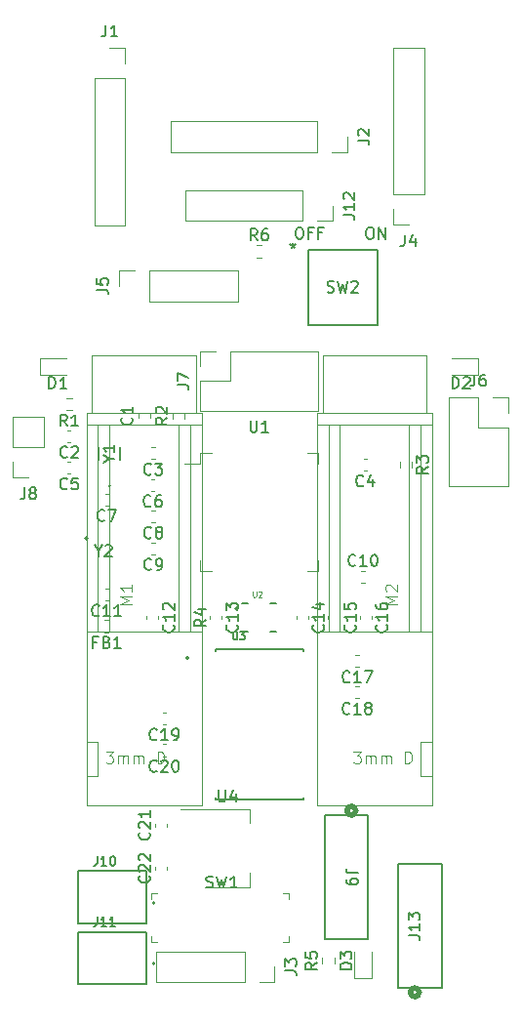
<source format=gbr>
%TF.GenerationSoftware,KiCad,Pcbnew,7.0.9*%
%TF.CreationDate,2024-01-17T13:02:15-08:00*%
%TF.ProjectId,micromouse,6d696372-6f6d-46f7-9573-652e6b696361,rev?*%
%TF.SameCoordinates,Original*%
%TF.FileFunction,Legend,Top*%
%TF.FilePolarity,Positive*%
%FSLAX46Y46*%
G04 Gerber Fmt 4.6, Leading zero omitted, Abs format (unit mm)*
G04 Created by KiCad (PCBNEW 7.0.9) date 2024-01-17 13:02:15*
%MOMM*%
%LPD*%
G01*
G04 APERTURE LIST*
%ADD10C,0.150000*%
%ADD11C,0.100000*%
%ADD12C,0.120000*%
%ADD13C,0.152400*%
%ADD14C,0.127000*%
%ADD15C,0.200000*%
%ADD16C,0.508000*%
G04 APERTURE END LIST*
D10*
X145039580Y-109392857D02*
X145087200Y-109440476D01*
X145087200Y-109440476D02*
X145134819Y-109583333D01*
X145134819Y-109583333D02*
X145134819Y-109678571D01*
X145134819Y-109678571D02*
X145087200Y-109821428D01*
X145087200Y-109821428D02*
X144991961Y-109916666D01*
X144991961Y-109916666D02*
X144896723Y-109964285D01*
X144896723Y-109964285D02*
X144706247Y-110011904D01*
X144706247Y-110011904D02*
X144563390Y-110011904D01*
X144563390Y-110011904D02*
X144372914Y-109964285D01*
X144372914Y-109964285D02*
X144277676Y-109916666D01*
X144277676Y-109916666D02*
X144182438Y-109821428D01*
X144182438Y-109821428D02*
X144134819Y-109678571D01*
X144134819Y-109678571D02*
X144134819Y-109583333D01*
X144134819Y-109583333D02*
X144182438Y-109440476D01*
X144182438Y-109440476D02*
X144230057Y-109392857D01*
X145134819Y-108440476D02*
X145134819Y-109011904D01*
X145134819Y-108726190D02*
X144134819Y-108726190D01*
X144134819Y-108726190D02*
X144277676Y-108821428D01*
X144277676Y-108821428D02*
X144372914Y-108916666D01*
X144372914Y-108916666D02*
X144420533Y-109011904D01*
X144134819Y-108107142D02*
X144134819Y-107488095D01*
X144134819Y-107488095D02*
X144515771Y-107821428D01*
X144515771Y-107821428D02*
X144515771Y-107678571D01*
X144515771Y-107678571D02*
X144563390Y-107583333D01*
X144563390Y-107583333D02*
X144611009Y-107535714D01*
X144611009Y-107535714D02*
X144706247Y-107488095D01*
X144706247Y-107488095D02*
X144944342Y-107488095D01*
X144944342Y-107488095D02*
X145039580Y-107535714D01*
X145039580Y-107535714D02*
X145087200Y-107583333D01*
X145087200Y-107583333D02*
X145134819Y-107678571D01*
X145134819Y-107678571D02*
X145134819Y-107964285D01*
X145134819Y-107964285D02*
X145087200Y-108059523D01*
X145087200Y-108059523D02*
X145039580Y-108107142D01*
X154857142Y-114289580D02*
X154809523Y-114337200D01*
X154809523Y-114337200D02*
X154666666Y-114384819D01*
X154666666Y-114384819D02*
X154571428Y-114384819D01*
X154571428Y-114384819D02*
X154428571Y-114337200D01*
X154428571Y-114337200D02*
X154333333Y-114241961D01*
X154333333Y-114241961D02*
X154285714Y-114146723D01*
X154285714Y-114146723D02*
X154238095Y-113956247D01*
X154238095Y-113956247D02*
X154238095Y-113813390D01*
X154238095Y-113813390D02*
X154285714Y-113622914D01*
X154285714Y-113622914D02*
X154333333Y-113527676D01*
X154333333Y-113527676D02*
X154428571Y-113432438D01*
X154428571Y-113432438D02*
X154571428Y-113384819D01*
X154571428Y-113384819D02*
X154666666Y-113384819D01*
X154666666Y-113384819D02*
X154809523Y-113432438D01*
X154809523Y-113432438D02*
X154857142Y-113480057D01*
X155809523Y-114384819D02*
X155238095Y-114384819D01*
X155523809Y-114384819D02*
X155523809Y-113384819D01*
X155523809Y-113384819D02*
X155428571Y-113527676D01*
X155428571Y-113527676D02*
X155333333Y-113622914D01*
X155333333Y-113622914D02*
X155238095Y-113670533D01*
X156142857Y-113384819D02*
X156809523Y-113384819D01*
X156809523Y-113384819D02*
X156380952Y-114384819D01*
X137429580Y-127392857D02*
X137477200Y-127440476D01*
X137477200Y-127440476D02*
X137524819Y-127583333D01*
X137524819Y-127583333D02*
X137524819Y-127678571D01*
X137524819Y-127678571D02*
X137477200Y-127821428D01*
X137477200Y-127821428D02*
X137381961Y-127916666D01*
X137381961Y-127916666D02*
X137286723Y-127964285D01*
X137286723Y-127964285D02*
X137096247Y-128011904D01*
X137096247Y-128011904D02*
X136953390Y-128011904D01*
X136953390Y-128011904D02*
X136762914Y-127964285D01*
X136762914Y-127964285D02*
X136667676Y-127916666D01*
X136667676Y-127916666D02*
X136572438Y-127821428D01*
X136572438Y-127821428D02*
X136524819Y-127678571D01*
X136524819Y-127678571D02*
X136524819Y-127583333D01*
X136524819Y-127583333D02*
X136572438Y-127440476D01*
X136572438Y-127440476D02*
X136620057Y-127392857D01*
X136620057Y-127011904D02*
X136572438Y-126964285D01*
X136572438Y-126964285D02*
X136524819Y-126869047D01*
X136524819Y-126869047D02*
X136524819Y-126630952D01*
X136524819Y-126630952D02*
X136572438Y-126535714D01*
X136572438Y-126535714D02*
X136620057Y-126488095D01*
X136620057Y-126488095D02*
X136715295Y-126440476D01*
X136715295Y-126440476D02*
X136810533Y-126440476D01*
X136810533Y-126440476D02*
X136953390Y-126488095D01*
X136953390Y-126488095D02*
X137524819Y-127059523D01*
X137524819Y-127059523D02*
X137524819Y-126440476D01*
X137524819Y-125488095D02*
X137524819Y-126059523D01*
X137524819Y-125773809D02*
X136524819Y-125773809D01*
X136524819Y-125773809D02*
X136667676Y-125869047D01*
X136667676Y-125869047D02*
X136762914Y-125964285D01*
X136762914Y-125964285D02*
X136810533Y-126059523D01*
X143488095Y-123704819D02*
X143488095Y-124514342D01*
X143488095Y-124514342D02*
X143535714Y-124609580D01*
X143535714Y-124609580D02*
X143583333Y-124657200D01*
X143583333Y-124657200D02*
X143678571Y-124704819D01*
X143678571Y-124704819D02*
X143869047Y-124704819D01*
X143869047Y-124704819D02*
X143964285Y-124657200D01*
X143964285Y-124657200D02*
X144011904Y-124609580D01*
X144011904Y-124609580D02*
X144059523Y-124514342D01*
X144059523Y-124514342D02*
X144059523Y-123704819D01*
X144964285Y-124038152D02*
X144964285Y-124704819D01*
X144726190Y-123657200D02*
X144488095Y-124371485D01*
X144488095Y-124371485D02*
X145107142Y-124371485D01*
X133023809Y-102978628D02*
X133023809Y-103454819D01*
X132690476Y-102454819D02*
X133023809Y-102978628D01*
X133023809Y-102978628D02*
X133357142Y-102454819D01*
X133642857Y-102550057D02*
X133690476Y-102502438D01*
X133690476Y-102502438D02*
X133785714Y-102454819D01*
X133785714Y-102454819D02*
X134023809Y-102454819D01*
X134023809Y-102454819D02*
X134119047Y-102502438D01*
X134119047Y-102502438D02*
X134166666Y-102550057D01*
X134166666Y-102550057D02*
X134214285Y-102645295D01*
X134214285Y-102645295D02*
X134214285Y-102740533D01*
X134214285Y-102740533D02*
X134166666Y-102883390D01*
X134166666Y-102883390D02*
X133595238Y-103454819D01*
X133595238Y-103454819D02*
X134214285Y-103454819D01*
X149224819Y-139358333D02*
X149939104Y-139358333D01*
X149939104Y-139358333D02*
X150081961Y-139405952D01*
X150081961Y-139405952D02*
X150177200Y-139501190D01*
X150177200Y-139501190D02*
X150224819Y-139644047D01*
X150224819Y-139644047D02*
X150224819Y-139739285D01*
X149224819Y-138977380D02*
X149224819Y-138358333D01*
X149224819Y-138358333D02*
X149605771Y-138691666D01*
X149605771Y-138691666D02*
X149605771Y-138548809D01*
X149605771Y-138548809D02*
X149653390Y-138453571D01*
X149653390Y-138453571D02*
X149701009Y-138405952D01*
X149701009Y-138405952D02*
X149796247Y-138358333D01*
X149796247Y-138358333D02*
X150034342Y-138358333D01*
X150034342Y-138358333D02*
X150129580Y-138405952D01*
X150129580Y-138405952D02*
X150177200Y-138453571D01*
X150177200Y-138453571D02*
X150224819Y-138548809D01*
X150224819Y-138548809D02*
X150224819Y-138834523D01*
X150224819Y-138834523D02*
X150177200Y-138929761D01*
X150177200Y-138929761D02*
X150129580Y-138977380D01*
X137633333Y-96289580D02*
X137585714Y-96337200D01*
X137585714Y-96337200D02*
X137442857Y-96384819D01*
X137442857Y-96384819D02*
X137347619Y-96384819D01*
X137347619Y-96384819D02*
X137204762Y-96337200D01*
X137204762Y-96337200D02*
X137109524Y-96241961D01*
X137109524Y-96241961D02*
X137061905Y-96146723D01*
X137061905Y-96146723D02*
X137014286Y-95956247D01*
X137014286Y-95956247D02*
X137014286Y-95813390D01*
X137014286Y-95813390D02*
X137061905Y-95622914D01*
X137061905Y-95622914D02*
X137109524Y-95527676D01*
X137109524Y-95527676D02*
X137204762Y-95432438D01*
X137204762Y-95432438D02*
X137347619Y-95384819D01*
X137347619Y-95384819D02*
X137442857Y-95384819D01*
X137442857Y-95384819D02*
X137585714Y-95432438D01*
X137585714Y-95432438D02*
X137633333Y-95480057D01*
X137966667Y-95384819D02*
X138585714Y-95384819D01*
X138585714Y-95384819D02*
X138252381Y-95765771D01*
X138252381Y-95765771D02*
X138395238Y-95765771D01*
X138395238Y-95765771D02*
X138490476Y-95813390D01*
X138490476Y-95813390D02*
X138538095Y-95861009D01*
X138538095Y-95861009D02*
X138585714Y-95956247D01*
X138585714Y-95956247D02*
X138585714Y-96194342D01*
X138585714Y-96194342D02*
X138538095Y-96289580D01*
X138538095Y-96289580D02*
X138490476Y-96337200D01*
X138490476Y-96337200D02*
X138395238Y-96384819D01*
X138395238Y-96384819D02*
X138109524Y-96384819D01*
X138109524Y-96384819D02*
X138014286Y-96337200D01*
X138014286Y-96337200D02*
X137966667Y-96289580D01*
X139024819Y-91416666D02*
X138548628Y-91749999D01*
X139024819Y-91988094D02*
X138024819Y-91988094D01*
X138024819Y-91988094D02*
X138024819Y-91607142D01*
X138024819Y-91607142D02*
X138072438Y-91511904D01*
X138072438Y-91511904D02*
X138120057Y-91464285D01*
X138120057Y-91464285D02*
X138215295Y-91416666D01*
X138215295Y-91416666D02*
X138358152Y-91416666D01*
X138358152Y-91416666D02*
X138453390Y-91464285D01*
X138453390Y-91464285D02*
X138501009Y-91511904D01*
X138501009Y-91511904D02*
X138548628Y-91607142D01*
X138548628Y-91607142D02*
X138548628Y-91988094D01*
X138120057Y-91035713D02*
X138072438Y-90988094D01*
X138072438Y-90988094D02*
X138024819Y-90892856D01*
X138024819Y-90892856D02*
X138024819Y-90654761D01*
X138024819Y-90654761D02*
X138072438Y-90559523D01*
X138072438Y-90559523D02*
X138120057Y-90511904D01*
X138120057Y-90511904D02*
X138215295Y-90464285D01*
X138215295Y-90464285D02*
X138310533Y-90464285D01*
X138310533Y-90464285D02*
X138453390Y-90511904D01*
X138453390Y-90511904D02*
X139024819Y-91083332D01*
X139024819Y-91083332D02*
X139024819Y-90464285D01*
D11*
X158957419Y-107559523D02*
X157957419Y-107559523D01*
X157957419Y-107559523D02*
X158671704Y-107226190D01*
X158671704Y-107226190D02*
X157957419Y-106892857D01*
X157957419Y-106892857D02*
X158957419Y-106892857D01*
X158052657Y-106464285D02*
X158005038Y-106416666D01*
X158005038Y-106416666D02*
X157957419Y-106321428D01*
X157957419Y-106321428D02*
X157957419Y-106083333D01*
X157957419Y-106083333D02*
X158005038Y-105988095D01*
X158005038Y-105988095D02*
X158052657Y-105940476D01*
X158052657Y-105940476D02*
X158147895Y-105892857D01*
X158147895Y-105892857D02*
X158243133Y-105892857D01*
X158243133Y-105892857D02*
X158385990Y-105940476D01*
X158385990Y-105940476D02*
X158957419Y-106511904D01*
X158957419Y-106511904D02*
X158957419Y-105892857D01*
X155196116Y-120372419D02*
X155815163Y-120372419D01*
X155815163Y-120372419D02*
X155481830Y-120753371D01*
X155481830Y-120753371D02*
X155624687Y-120753371D01*
X155624687Y-120753371D02*
X155719925Y-120800990D01*
X155719925Y-120800990D02*
X155767544Y-120848609D01*
X155767544Y-120848609D02*
X155815163Y-120943847D01*
X155815163Y-120943847D02*
X155815163Y-121181942D01*
X155815163Y-121181942D02*
X155767544Y-121277180D01*
X155767544Y-121277180D02*
X155719925Y-121324800D01*
X155719925Y-121324800D02*
X155624687Y-121372419D01*
X155624687Y-121372419D02*
X155338973Y-121372419D01*
X155338973Y-121372419D02*
X155243735Y-121324800D01*
X155243735Y-121324800D02*
X155196116Y-121277180D01*
X156243735Y-121372419D02*
X156243735Y-120705752D01*
X156243735Y-120800990D02*
X156291354Y-120753371D01*
X156291354Y-120753371D02*
X156386592Y-120705752D01*
X156386592Y-120705752D02*
X156529449Y-120705752D01*
X156529449Y-120705752D02*
X156624687Y-120753371D01*
X156624687Y-120753371D02*
X156672306Y-120848609D01*
X156672306Y-120848609D02*
X156672306Y-121372419D01*
X156672306Y-120848609D02*
X156719925Y-120753371D01*
X156719925Y-120753371D02*
X156815163Y-120705752D01*
X156815163Y-120705752D02*
X156958020Y-120705752D01*
X156958020Y-120705752D02*
X157053259Y-120753371D01*
X157053259Y-120753371D02*
X157100878Y-120848609D01*
X157100878Y-120848609D02*
X157100878Y-121372419D01*
X157577068Y-121372419D02*
X157577068Y-120705752D01*
X157577068Y-120800990D02*
X157624687Y-120753371D01*
X157624687Y-120753371D02*
X157719925Y-120705752D01*
X157719925Y-120705752D02*
X157862782Y-120705752D01*
X157862782Y-120705752D02*
X157958020Y-120753371D01*
X157958020Y-120753371D02*
X158005639Y-120848609D01*
X158005639Y-120848609D02*
X158005639Y-121372419D01*
X158005639Y-120848609D02*
X158053258Y-120753371D01*
X158053258Y-120753371D02*
X158148496Y-120705752D01*
X158148496Y-120705752D02*
X158291353Y-120705752D01*
X158291353Y-120705752D02*
X158386592Y-120753371D01*
X158386592Y-120753371D02*
X158434211Y-120848609D01*
X158434211Y-120848609D02*
X158434211Y-121372419D01*
X159672306Y-121372419D02*
X159672306Y-120372419D01*
X159672306Y-120372419D02*
X159910401Y-120372419D01*
X159910401Y-120372419D02*
X160053258Y-120420038D01*
X160053258Y-120420038D02*
X160148496Y-120515276D01*
X160148496Y-120515276D02*
X160196115Y-120610514D01*
X160196115Y-120610514D02*
X160243734Y-120800990D01*
X160243734Y-120800990D02*
X160243734Y-120943847D01*
X160243734Y-120943847D02*
X160196115Y-121134323D01*
X160196115Y-121134323D02*
X160148496Y-121229561D01*
X160148496Y-121229561D02*
X160053258Y-121324800D01*
X160053258Y-121324800D02*
X159910401Y-121372419D01*
X159910401Y-121372419D02*
X159672306Y-121372419D01*
D10*
X137429580Y-131142857D02*
X137477200Y-131190476D01*
X137477200Y-131190476D02*
X137524819Y-131333333D01*
X137524819Y-131333333D02*
X137524819Y-131428571D01*
X137524819Y-131428571D02*
X137477200Y-131571428D01*
X137477200Y-131571428D02*
X137381961Y-131666666D01*
X137381961Y-131666666D02*
X137286723Y-131714285D01*
X137286723Y-131714285D02*
X137096247Y-131761904D01*
X137096247Y-131761904D02*
X136953390Y-131761904D01*
X136953390Y-131761904D02*
X136762914Y-131714285D01*
X136762914Y-131714285D02*
X136667676Y-131666666D01*
X136667676Y-131666666D02*
X136572438Y-131571428D01*
X136572438Y-131571428D02*
X136524819Y-131428571D01*
X136524819Y-131428571D02*
X136524819Y-131333333D01*
X136524819Y-131333333D02*
X136572438Y-131190476D01*
X136572438Y-131190476D02*
X136620057Y-131142857D01*
X136620057Y-130761904D02*
X136572438Y-130714285D01*
X136572438Y-130714285D02*
X136524819Y-130619047D01*
X136524819Y-130619047D02*
X136524819Y-130380952D01*
X136524819Y-130380952D02*
X136572438Y-130285714D01*
X136572438Y-130285714D02*
X136620057Y-130238095D01*
X136620057Y-130238095D02*
X136715295Y-130190476D01*
X136715295Y-130190476D02*
X136810533Y-130190476D01*
X136810533Y-130190476D02*
X136953390Y-130238095D01*
X136953390Y-130238095D02*
X137524819Y-130809523D01*
X137524819Y-130809523D02*
X137524819Y-130190476D01*
X136620057Y-129809523D02*
X136572438Y-129761904D01*
X136572438Y-129761904D02*
X136524819Y-129666666D01*
X136524819Y-129666666D02*
X136524819Y-129428571D01*
X136524819Y-129428571D02*
X136572438Y-129333333D01*
X136572438Y-129333333D02*
X136620057Y-129285714D01*
X136620057Y-129285714D02*
X136715295Y-129238095D01*
X136715295Y-129238095D02*
X136810533Y-129238095D01*
X136810533Y-129238095D02*
X136953390Y-129285714D01*
X136953390Y-129285714D02*
X137524819Y-129857142D01*
X137524819Y-129857142D02*
X137524819Y-129238095D01*
X142406667Y-132137200D02*
X142549524Y-132184819D01*
X142549524Y-132184819D02*
X142787619Y-132184819D01*
X142787619Y-132184819D02*
X142882857Y-132137200D01*
X142882857Y-132137200D02*
X142930476Y-132089580D01*
X142930476Y-132089580D02*
X142978095Y-131994342D01*
X142978095Y-131994342D02*
X142978095Y-131899104D01*
X142978095Y-131899104D02*
X142930476Y-131803866D01*
X142930476Y-131803866D02*
X142882857Y-131756247D01*
X142882857Y-131756247D02*
X142787619Y-131708628D01*
X142787619Y-131708628D02*
X142597143Y-131661009D01*
X142597143Y-131661009D02*
X142501905Y-131613390D01*
X142501905Y-131613390D02*
X142454286Y-131565771D01*
X142454286Y-131565771D02*
X142406667Y-131470533D01*
X142406667Y-131470533D02*
X142406667Y-131375295D01*
X142406667Y-131375295D02*
X142454286Y-131280057D01*
X142454286Y-131280057D02*
X142501905Y-131232438D01*
X142501905Y-131232438D02*
X142597143Y-131184819D01*
X142597143Y-131184819D02*
X142835238Y-131184819D01*
X142835238Y-131184819D02*
X142978095Y-131232438D01*
X143311429Y-131184819D02*
X143549524Y-132184819D01*
X143549524Y-132184819D02*
X143740000Y-131470533D01*
X143740000Y-131470533D02*
X143930476Y-132184819D01*
X143930476Y-132184819D02*
X144168572Y-131184819D01*
X145073333Y-132184819D02*
X144501905Y-132184819D01*
X144787619Y-132184819D02*
X144787619Y-131184819D01*
X144787619Y-131184819D02*
X144692381Y-131327676D01*
X144692381Y-131327676D02*
X144597143Y-131422914D01*
X144597143Y-131422914D02*
X144501905Y-131470533D01*
X154274819Y-73834523D02*
X154989104Y-73834523D01*
X154989104Y-73834523D02*
X155131961Y-73882142D01*
X155131961Y-73882142D02*
X155227200Y-73977380D01*
X155227200Y-73977380D02*
X155274819Y-74120237D01*
X155274819Y-74120237D02*
X155274819Y-74215475D01*
X155274819Y-72834523D02*
X155274819Y-73405951D01*
X155274819Y-73120237D02*
X154274819Y-73120237D01*
X154274819Y-73120237D02*
X154417676Y-73215475D01*
X154417676Y-73215475D02*
X154512914Y-73310713D01*
X154512914Y-73310713D02*
X154560533Y-73405951D01*
X154370057Y-72453570D02*
X154322438Y-72405951D01*
X154322438Y-72405951D02*
X154274819Y-72310713D01*
X154274819Y-72310713D02*
X154274819Y-72072618D01*
X154274819Y-72072618D02*
X154322438Y-71977380D01*
X154322438Y-71977380D02*
X154370057Y-71929761D01*
X154370057Y-71929761D02*
X154465295Y-71882142D01*
X154465295Y-71882142D02*
X154560533Y-71882142D01*
X154560533Y-71882142D02*
X154703390Y-71929761D01*
X154703390Y-71929761D02*
X155274819Y-72501189D01*
X155274819Y-72501189D02*
X155274819Y-71882142D01*
X138107142Y-119289580D02*
X138059523Y-119337200D01*
X138059523Y-119337200D02*
X137916666Y-119384819D01*
X137916666Y-119384819D02*
X137821428Y-119384819D01*
X137821428Y-119384819D02*
X137678571Y-119337200D01*
X137678571Y-119337200D02*
X137583333Y-119241961D01*
X137583333Y-119241961D02*
X137535714Y-119146723D01*
X137535714Y-119146723D02*
X137488095Y-118956247D01*
X137488095Y-118956247D02*
X137488095Y-118813390D01*
X137488095Y-118813390D02*
X137535714Y-118622914D01*
X137535714Y-118622914D02*
X137583333Y-118527676D01*
X137583333Y-118527676D02*
X137678571Y-118432438D01*
X137678571Y-118432438D02*
X137821428Y-118384819D01*
X137821428Y-118384819D02*
X137916666Y-118384819D01*
X137916666Y-118384819D02*
X138059523Y-118432438D01*
X138059523Y-118432438D02*
X138107142Y-118480057D01*
X139059523Y-119384819D02*
X138488095Y-119384819D01*
X138773809Y-119384819D02*
X138773809Y-118384819D01*
X138773809Y-118384819D02*
X138678571Y-118527676D01*
X138678571Y-118527676D02*
X138583333Y-118622914D01*
X138583333Y-118622914D02*
X138488095Y-118670533D01*
X139535714Y-119384819D02*
X139726190Y-119384819D01*
X139726190Y-119384819D02*
X139821428Y-119337200D01*
X139821428Y-119337200D02*
X139869047Y-119289580D01*
X139869047Y-119289580D02*
X139964285Y-119146723D01*
X139964285Y-119146723D02*
X140011904Y-118956247D01*
X140011904Y-118956247D02*
X140011904Y-118575295D01*
X140011904Y-118575295D02*
X139964285Y-118480057D01*
X139964285Y-118480057D02*
X139916666Y-118432438D01*
X139916666Y-118432438D02*
X139821428Y-118384819D01*
X139821428Y-118384819D02*
X139630952Y-118384819D01*
X139630952Y-118384819D02*
X139535714Y-118432438D01*
X139535714Y-118432438D02*
X139488095Y-118480057D01*
X139488095Y-118480057D02*
X139440476Y-118575295D01*
X139440476Y-118575295D02*
X139440476Y-118813390D01*
X139440476Y-118813390D02*
X139488095Y-118908628D01*
X139488095Y-118908628D02*
X139535714Y-118956247D01*
X139535714Y-118956247D02*
X139630952Y-119003866D01*
X139630952Y-119003866D02*
X139821428Y-119003866D01*
X139821428Y-119003866D02*
X139916666Y-118956247D01*
X139916666Y-118956247D02*
X139964285Y-118908628D01*
X139964285Y-118908628D02*
X140011904Y-118813390D01*
X158039580Y-109392857D02*
X158087200Y-109440476D01*
X158087200Y-109440476D02*
X158134819Y-109583333D01*
X158134819Y-109583333D02*
X158134819Y-109678571D01*
X158134819Y-109678571D02*
X158087200Y-109821428D01*
X158087200Y-109821428D02*
X157991961Y-109916666D01*
X157991961Y-109916666D02*
X157896723Y-109964285D01*
X157896723Y-109964285D02*
X157706247Y-110011904D01*
X157706247Y-110011904D02*
X157563390Y-110011904D01*
X157563390Y-110011904D02*
X157372914Y-109964285D01*
X157372914Y-109964285D02*
X157277676Y-109916666D01*
X157277676Y-109916666D02*
X157182438Y-109821428D01*
X157182438Y-109821428D02*
X157134819Y-109678571D01*
X157134819Y-109678571D02*
X157134819Y-109583333D01*
X157134819Y-109583333D02*
X157182438Y-109440476D01*
X157182438Y-109440476D02*
X157230057Y-109392857D01*
X158134819Y-108440476D02*
X158134819Y-109011904D01*
X158134819Y-108726190D02*
X157134819Y-108726190D01*
X157134819Y-108726190D02*
X157277676Y-108821428D01*
X157277676Y-108821428D02*
X157372914Y-108916666D01*
X157372914Y-108916666D02*
X157420533Y-109011904D01*
X157134819Y-107583333D02*
X157134819Y-107773809D01*
X157134819Y-107773809D02*
X157182438Y-107869047D01*
X157182438Y-107869047D02*
X157230057Y-107916666D01*
X157230057Y-107916666D02*
X157372914Y-108011904D01*
X157372914Y-108011904D02*
X157563390Y-108059523D01*
X157563390Y-108059523D02*
X157944342Y-108059523D01*
X157944342Y-108059523D02*
X158039580Y-108011904D01*
X158039580Y-108011904D02*
X158087200Y-107964285D01*
X158087200Y-107964285D02*
X158134819Y-107869047D01*
X158134819Y-107869047D02*
X158134819Y-107678571D01*
X158134819Y-107678571D02*
X158087200Y-107583333D01*
X158087200Y-107583333D02*
X158039580Y-107535714D01*
X158039580Y-107535714D02*
X157944342Y-107488095D01*
X157944342Y-107488095D02*
X157706247Y-107488095D01*
X157706247Y-107488095D02*
X157611009Y-107535714D01*
X157611009Y-107535714D02*
X157563390Y-107583333D01*
X157563390Y-107583333D02*
X157515771Y-107678571D01*
X157515771Y-107678571D02*
X157515771Y-107869047D01*
X157515771Y-107869047D02*
X157563390Y-107964285D01*
X157563390Y-107964285D02*
X157611009Y-108011904D01*
X157611009Y-108011904D02*
X157706247Y-108059523D01*
X133583333Y-100289580D02*
X133535714Y-100337200D01*
X133535714Y-100337200D02*
X133392857Y-100384819D01*
X133392857Y-100384819D02*
X133297619Y-100384819D01*
X133297619Y-100384819D02*
X133154762Y-100337200D01*
X133154762Y-100337200D02*
X133059524Y-100241961D01*
X133059524Y-100241961D02*
X133011905Y-100146723D01*
X133011905Y-100146723D02*
X132964286Y-99956247D01*
X132964286Y-99956247D02*
X132964286Y-99813390D01*
X132964286Y-99813390D02*
X133011905Y-99622914D01*
X133011905Y-99622914D02*
X133059524Y-99527676D01*
X133059524Y-99527676D02*
X133154762Y-99432438D01*
X133154762Y-99432438D02*
X133297619Y-99384819D01*
X133297619Y-99384819D02*
X133392857Y-99384819D01*
X133392857Y-99384819D02*
X133535714Y-99432438D01*
X133535714Y-99432438D02*
X133583333Y-99480057D01*
X133916667Y-99384819D02*
X134583333Y-99384819D01*
X134583333Y-99384819D02*
X134154762Y-100384819D01*
X165686666Y-87659819D02*
X165686666Y-88374104D01*
X165686666Y-88374104D02*
X165639047Y-88516961D01*
X165639047Y-88516961D02*
X165543809Y-88612200D01*
X165543809Y-88612200D02*
X165400952Y-88659819D01*
X165400952Y-88659819D02*
X165305714Y-88659819D01*
X166591428Y-87659819D02*
X166400952Y-87659819D01*
X166400952Y-87659819D02*
X166305714Y-87707438D01*
X166305714Y-87707438D02*
X166258095Y-87755057D01*
X166258095Y-87755057D02*
X166162857Y-87897914D01*
X166162857Y-87897914D02*
X166115238Y-88088390D01*
X166115238Y-88088390D02*
X166115238Y-88469342D01*
X166115238Y-88469342D02*
X166162857Y-88564580D01*
X166162857Y-88564580D02*
X166210476Y-88612200D01*
X166210476Y-88612200D02*
X166305714Y-88659819D01*
X166305714Y-88659819D02*
X166496190Y-88659819D01*
X166496190Y-88659819D02*
X166591428Y-88612200D01*
X166591428Y-88612200D02*
X166639047Y-88564580D01*
X166639047Y-88564580D02*
X166686666Y-88469342D01*
X166686666Y-88469342D02*
X166686666Y-88231247D01*
X166686666Y-88231247D02*
X166639047Y-88136009D01*
X166639047Y-88136009D02*
X166591428Y-88088390D01*
X166591428Y-88088390D02*
X166496190Y-88040771D01*
X166496190Y-88040771D02*
X166305714Y-88040771D01*
X166305714Y-88040771D02*
X166210476Y-88088390D01*
X166210476Y-88088390D02*
X166162857Y-88136009D01*
X166162857Y-88136009D02*
X166115238Y-88231247D01*
X137633333Y-104539580D02*
X137585714Y-104587200D01*
X137585714Y-104587200D02*
X137442857Y-104634819D01*
X137442857Y-104634819D02*
X137347619Y-104634819D01*
X137347619Y-104634819D02*
X137204762Y-104587200D01*
X137204762Y-104587200D02*
X137109524Y-104491961D01*
X137109524Y-104491961D02*
X137061905Y-104396723D01*
X137061905Y-104396723D02*
X137014286Y-104206247D01*
X137014286Y-104206247D02*
X137014286Y-104063390D01*
X137014286Y-104063390D02*
X137061905Y-103872914D01*
X137061905Y-103872914D02*
X137109524Y-103777676D01*
X137109524Y-103777676D02*
X137204762Y-103682438D01*
X137204762Y-103682438D02*
X137347619Y-103634819D01*
X137347619Y-103634819D02*
X137442857Y-103634819D01*
X137442857Y-103634819D02*
X137585714Y-103682438D01*
X137585714Y-103682438D02*
X137633333Y-103730057D01*
X138109524Y-104634819D02*
X138300000Y-104634819D01*
X138300000Y-104634819D02*
X138395238Y-104587200D01*
X138395238Y-104587200D02*
X138442857Y-104539580D01*
X138442857Y-104539580D02*
X138538095Y-104396723D01*
X138538095Y-104396723D02*
X138585714Y-104206247D01*
X138585714Y-104206247D02*
X138585714Y-103825295D01*
X138585714Y-103825295D02*
X138538095Y-103730057D01*
X138538095Y-103730057D02*
X138490476Y-103682438D01*
X138490476Y-103682438D02*
X138395238Y-103634819D01*
X138395238Y-103634819D02*
X138204762Y-103634819D01*
X138204762Y-103634819D02*
X138109524Y-103682438D01*
X138109524Y-103682438D02*
X138061905Y-103730057D01*
X138061905Y-103730057D02*
X138014286Y-103825295D01*
X138014286Y-103825295D02*
X138014286Y-104063390D01*
X138014286Y-104063390D02*
X138061905Y-104158628D01*
X138061905Y-104158628D02*
X138109524Y-104206247D01*
X138109524Y-104206247D02*
X138204762Y-104253866D01*
X138204762Y-104253866D02*
X138395238Y-104253866D01*
X138395238Y-104253866D02*
X138490476Y-104206247D01*
X138490476Y-104206247D02*
X138538095Y-104158628D01*
X138538095Y-104158628D02*
X138585714Y-104063390D01*
X137583333Y-99039580D02*
X137535714Y-99087200D01*
X137535714Y-99087200D02*
X137392857Y-99134819D01*
X137392857Y-99134819D02*
X137297619Y-99134819D01*
X137297619Y-99134819D02*
X137154762Y-99087200D01*
X137154762Y-99087200D02*
X137059524Y-98991961D01*
X137059524Y-98991961D02*
X137011905Y-98896723D01*
X137011905Y-98896723D02*
X136964286Y-98706247D01*
X136964286Y-98706247D02*
X136964286Y-98563390D01*
X136964286Y-98563390D02*
X137011905Y-98372914D01*
X137011905Y-98372914D02*
X137059524Y-98277676D01*
X137059524Y-98277676D02*
X137154762Y-98182438D01*
X137154762Y-98182438D02*
X137297619Y-98134819D01*
X137297619Y-98134819D02*
X137392857Y-98134819D01*
X137392857Y-98134819D02*
X137535714Y-98182438D01*
X137535714Y-98182438D02*
X137583333Y-98230057D01*
X138440476Y-98134819D02*
X138250000Y-98134819D01*
X138250000Y-98134819D02*
X138154762Y-98182438D01*
X138154762Y-98182438D02*
X138107143Y-98230057D01*
X138107143Y-98230057D02*
X138011905Y-98372914D01*
X138011905Y-98372914D02*
X137964286Y-98563390D01*
X137964286Y-98563390D02*
X137964286Y-98944342D01*
X137964286Y-98944342D02*
X138011905Y-99039580D01*
X138011905Y-99039580D02*
X138059524Y-99087200D01*
X138059524Y-99087200D02*
X138154762Y-99134819D01*
X138154762Y-99134819D02*
X138345238Y-99134819D01*
X138345238Y-99134819D02*
X138440476Y-99087200D01*
X138440476Y-99087200D02*
X138488095Y-99039580D01*
X138488095Y-99039580D02*
X138535714Y-98944342D01*
X138535714Y-98944342D02*
X138535714Y-98706247D01*
X138535714Y-98706247D02*
X138488095Y-98611009D01*
X138488095Y-98611009D02*
X138440476Y-98563390D01*
X138440476Y-98563390D02*
X138345238Y-98515771D01*
X138345238Y-98515771D02*
X138154762Y-98515771D01*
X138154762Y-98515771D02*
X138059524Y-98563390D01*
X138059524Y-98563390D02*
X138011905Y-98611009D01*
X138011905Y-98611009D02*
X137964286Y-98706247D01*
X132940410Y-134698963D02*
X132940410Y-135271252D01*
X132940410Y-135271252D02*
X132902258Y-135385710D01*
X132902258Y-135385710D02*
X132825952Y-135462016D01*
X132825952Y-135462016D02*
X132711495Y-135500168D01*
X132711495Y-135500168D02*
X132635189Y-135500168D01*
X133741615Y-135500168D02*
X133283784Y-135500168D01*
X133512700Y-135500168D02*
X133512700Y-134698963D01*
X133512700Y-134698963D02*
X133436394Y-134813421D01*
X133436394Y-134813421D02*
X133360089Y-134889726D01*
X133360089Y-134889726D02*
X133283784Y-134927879D01*
X134504667Y-135500168D02*
X134046836Y-135500168D01*
X134275752Y-135500168D02*
X134275752Y-134698963D01*
X134275752Y-134698963D02*
X134199446Y-134813421D01*
X134199446Y-134813421D02*
X134123141Y-134889726D01*
X134123141Y-134889726D02*
X134046836Y-134927879D01*
D12*
X146458285Y-106481017D02*
X146458285Y-106869588D01*
X146458285Y-106869588D02*
X146481142Y-106915302D01*
X146481142Y-106915302D02*
X146504000Y-106938160D01*
X146504000Y-106938160D02*
X146549714Y-106961017D01*
X146549714Y-106961017D02*
X146641142Y-106961017D01*
X146641142Y-106961017D02*
X146686857Y-106938160D01*
X146686857Y-106938160D02*
X146709714Y-106915302D01*
X146709714Y-106915302D02*
X146732571Y-106869588D01*
X146732571Y-106869588D02*
X146732571Y-106481017D01*
X146938285Y-106526731D02*
X146961142Y-106503874D01*
X146961142Y-106503874D02*
X147006857Y-106481017D01*
X147006857Y-106481017D02*
X147121142Y-106481017D01*
X147121142Y-106481017D02*
X147166857Y-106503874D01*
X147166857Y-106503874D02*
X147189714Y-106526731D01*
X147189714Y-106526731D02*
X147212571Y-106572445D01*
X147212571Y-106572445D02*
X147212571Y-106618160D01*
X147212571Y-106618160D02*
X147189714Y-106686731D01*
X147189714Y-106686731D02*
X146915428Y-106961017D01*
X146915428Y-106961017D02*
X147212571Y-106961017D01*
D10*
X138107142Y-122039580D02*
X138059523Y-122087200D01*
X138059523Y-122087200D02*
X137916666Y-122134819D01*
X137916666Y-122134819D02*
X137821428Y-122134819D01*
X137821428Y-122134819D02*
X137678571Y-122087200D01*
X137678571Y-122087200D02*
X137583333Y-121991961D01*
X137583333Y-121991961D02*
X137535714Y-121896723D01*
X137535714Y-121896723D02*
X137488095Y-121706247D01*
X137488095Y-121706247D02*
X137488095Y-121563390D01*
X137488095Y-121563390D02*
X137535714Y-121372914D01*
X137535714Y-121372914D02*
X137583333Y-121277676D01*
X137583333Y-121277676D02*
X137678571Y-121182438D01*
X137678571Y-121182438D02*
X137821428Y-121134819D01*
X137821428Y-121134819D02*
X137916666Y-121134819D01*
X137916666Y-121134819D02*
X138059523Y-121182438D01*
X138059523Y-121182438D02*
X138107142Y-121230057D01*
X138488095Y-121230057D02*
X138535714Y-121182438D01*
X138535714Y-121182438D02*
X138630952Y-121134819D01*
X138630952Y-121134819D02*
X138869047Y-121134819D01*
X138869047Y-121134819D02*
X138964285Y-121182438D01*
X138964285Y-121182438D02*
X139011904Y-121230057D01*
X139011904Y-121230057D02*
X139059523Y-121325295D01*
X139059523Y-121325295D02*
X139059523Y-121420533D01*
X139059523Y-121420533D02*
X139011904Y-121563390D01*
X139011904Y-121563390D02*
X138440476Y-122134819D01*
X138440476Y-122134819D02*
X139059523Y-122134819D01*
X139678571Y-121134819D02*
X139773809Y-121134819D01*
X139773809Y-121134819D02*
X139869047Y-121182438D01*
X139869047Y-121182438D02*
X139916666Y-121230057D01*
X139916666Y-121230057D02*
X139964285Y-121325295D01*
X139964285Y-121325295D02*
X140011904Y-121515771D01*
X140011904Y-121515771D02*
X140011904Y-121753866D01*
X140011904Y-121753866D02*
X139964285Y-121944342D01*
X139964285Y-121944342D02*
X139916666Y-122039580D01*
X139916666Y-122039580D02*
X139869047Y-122087200D01*
X139869047Y-122087200D02*
X139773809Y-122134819D01*
X139773809Y-122134819D02*
X139678571Y-122134819D01*
X139678571Y-122134819D02*
X139583333Y-122087200D01*
X139583333Y-122087200D02*
X139535714Y-122039580D01*
X139535714Y-122039580D02*
X139488095Y-121944342D01*
X139488095Y-121944342D02*
X139440476Y-121753866D01*
X139440476Y-121753866D02*
X139440476Y-121515771D01*
X139440476Y-121515771D02*
X139488095Y-121325295D01*
X139488095Y-121325295D02*
X139535714Y-121230057D01*
X139535714Y-121230057D02*
X139583333Y-121182438D01*
X139583333Y-121182438D02*
X139678571Y-121134819D01*
D11*
X135957419Y-107559523D02*
X134957419Y-107559523D01*
X134957419Y-107559523D02*
X135671704Y-107226190D01*
X135671704Y-107226190D02*
X134957419Y-106892857D01*
X134957419Y-106892857D02*
X135957419Y-106892857D01*
X135957419Y-105892857D02*
X135957419Y-106464285D01*
X135957419Y-106178571D02*
X134957419Y-106178571D01*
X134957419Y-106178571D02*
X135100276Y-106273809D01*
X135100276Y-106273809D02*
X135195514Y-106369047D01*
X135195514Y-106369047D02*
X135243133Y-106464285D01*
X133708646Y-120372419D02*
X134327693Y-120372419D01*
X134327693Y-120372419D02*
X133994360Y-120753371D01*
X133994360Y-120753371D02*
X134137217Y-120753371D01*
X134137217Y-120753371D02*
X134232455Y-120800990D01*
X134232455Y-120800990D02*
X134280074Y-120848609D01*
X134280074Y-120848609D02*
X134327693Y-120943847D01*
X134327693Y-120943847D02*
X134327693Y-121181942D01*
X134327693Y-121181942D02*
X134280074Y-121277180D01*
X134280074Y-121277180D02*
X134232455Y-121324800D01*
X134232455Y-121324800D02*
X134137217Y-121372419D01*
X134137217Y-121372419D02*
X133851503Y-121372419D01*
X133851503Y-121372419D02*
X133756265Y-121324800D01*
X133756265Y-121324800D02*
X133708646Y-121277180D01*
X134756265Y-121372419D02*
X134756265Y-120705752D01*
X134756265Y-120800990D02*
X134803884Y-120753371D01*
X134803884Y-120753371D02*
X134899122Y-120705752D01*
X134899122Y-120705752D02*
X135041979Y-120705752D01*
X135041979Y-120705752D02*
X135137217Y-120753371D01*
X135137217Y-120753371D02*
X135184836Y-120848609D01*
X135184836Y-120848609D02*
X135184836Y-121372419D01*
X135184836Y-120848609D02*
X135232455Y-120753371D01*
X135232455Y-120753371D02*
X135327693Y-120705752D01*
X135327693Y-120705752D02*
X135470550Y-120705752D01*
X135470550Y-120705752D02*
X135565789Y-120753371D01*
X135565789Y-120753371D02*
X135613408Y-120848609D01*
X135613408Y-120848609D02*
X135613408Y-121372419D01*
X136089598Y-121372419D02*
X136089598Y-120705752D01*
X136089598Y-120800990D02*
X136137217Y-120753371D01*
X136137217Y-120753371D02*
X136232455Y-120705752D01*
X136232455Y-120705752D02*
X136375312Y-120705752D01*
X136375312Y-120705752D02*
X136470550Y-120753371D01*
X136470550Y-120753371D02*
X136518169Y-120848609D01*
X136518169Y-120848609D02*
X136518169Y-121372419D01*
X136518169Y-120848609D02*
X136565788Y-120753371D01*
X136565788Y-120753371D02*
X136661026Y-120705752D01*
X136661026Y-120705752D02*
X136803883Y-120705752D01*
X136803883Y-120705752D02*
X136899122Y-120753371D01*
X136899122Y-120753371D02*
X136946741Y-120848609D01*
X136946741Y-120848609D02*
X136946741Y-121372419D01*
X138184836Y-121372419D02*
X138184836Y-120372419D01*
X138184836Y-120372419D02*
X138422931Y-120372419D01*
X138422931Y-120372419D02*
X138565788Y-120420038D01*
X138565788Y-120420038D02*
X138661026Y-120515276D01*
X138661026Y-120515276D02*
X138708645Y-120610514D01*
X138708645Y-120610514D02*
X138756264Y-120800990D01*
X138756264Y-120800990D02*
X138756264Y-120943847D01*
X138756264Y-120943847D02*
X138708645Y-121134323D01*
X138708645Y-121134323D02*
X138661026Y-121229561D01*
X138661026Y-121229561D02*
X138565788Y-121324800D01*
X138565788Y-121324800D02*
X138422931Y-121372419D01*
X138422931Y-121372419D02*
X138184836Y-121372419D01*
D10*
X139539580Y-109392857D02*
X139587200Y-109440476D01*
X139587200Y-109440476D02*
X139634819Y-109583333D01*
X139634819Y-109583333D02*
X139634819Y-109678571D01*
X139634819Y-109678571D02*
X139587200Y-109821428D01*
X139587200Y-109821428D02*
X139491961Y-109916666D01*
X139491961Y-109916666D02*
X139396723Y-109964285D01*
X139396723Y-109964285D02*
X139206247Y-110011904D01*
X139206247Y-110011904D02*
X139063390Y-110011904D01*
X139063390Y-110011904D02*
X138872914Y-109964285D01*
X138872914Y-109964285D02*
X138777676Y-109916666D01*
X138777676Y-109916666D02*
X138682438Y-109821428D01*
X138682438Y-109821428D02*
X138634819Y-109678571D01*
X138634819Y-109678571D02*
X138634819Y-109583333D01*
X138634819Y-109583333D02*
X138682438Y-109440476D01*
X138682438Y-109440476D02*
X138730057Y-109392857D01*
X139634819Y-108440476D02*
X139634819Y-109011904D01*
X139634819Y-108726190D02*
X138634819Y-108726190D01*
X138634819Y-108726190D02*
X138777676Y-108821428D01*
X138777676Y-108821428D02*
X138872914Y-108916666D01*
X138872914Y-108916666D02*
X138920533Y-109011904D01*
X138730057Y-108059523D02*
X138682438Y-108011904D01*
X138682438Y-108011904D02*
X138634819Y-107916666D01*
X138634819Y-107916666D02*
X138634819Y-107678571D01*
X138634819Y-107678571D02*
X138682438Y-107583333D01*
X138682438Y-107583333D02*
X138730057Y-107535714D01*
X138730057Y-107535714D02*
X138825295Y-107488095D01*
X138825295Y-107488095D02*
X138920533Y-107488095D01*
X138920533Y-107488095D02*
X139063390Y-107535714D01*
X139063390Y-107535714D02*
X139634819Y-108107142D01*
X139634819Y-108107142D02*
X139634819Y-107488095D01*
X156033333Y-97289580D02*
X155985714Y-97337200D01*
X155985714Y-97337200D02*
X155842857Y-97384819D01*
X155842857Y-97384819D02*
X155747619Y-97384819D01*
X155747619Y-97384819D02*
X155604762Y-97337200D01*
X155604762Y-97337200D02*
X155509524Y-97241961D01*
X155509524Y-97241961D02*
X155461905Y-97146723D01*
X155461905Y-97146723D02*
X155414286Y-96956247D01*
X155414286Y-96956247D02*
X155414286Y-96813390D01*
X155414286Y-96813390D02*
X155461905Y-96622914D01*
X155461905Y-96622914D02*
X155509524Y-96527676D01*
X155509524Y-96527676D02*
X155604762Y-96432438D01*
X155604762Y-96432438D02*
X155747619Y-96384819D01*
X155747619Y-96384819D02*
X155842857Y-96384819D01*
X155842857Y-96384819D02*
X155985714Y-96432438D01*
X155985714Y-96432438D02*
X156033333Y-96480057D01*
X156890476Y-96718152D02*
X156890476Y-97384819D01*
X156652381Y-96337200D02*
X156414286Y-97051485D01*
X156414286Y-97051485D02*
X157033333Y-97051485D01*
X132940410Y-129448963D02*
X132940410Y-130021252D01*
X132940410Y-130021252D02*
X132902258Y-130135710D01*
X132902258Y-130135710D02*
X132825952Y-130212016D01*
X132825952Y-130212016D02*
X132711495Y-130250168D01*
X132711495Y-130250168D02*
X132635189Y-130250168D01*
X133741615Y-130250168D02*
X133283784Y-130250168D01*
X133512700Y-130250168D02*
X133512700Y-129448963D01*
X133512700Y-129448963D02*
X133436394Y-129563421D01*
X133436394Y-129563421D02*
X133360089Y-129639726D01*
X133360089Y-129639726D02*
X133283784Y-129677879D01*
X134237599Y-129448963D02*
X134313904Y-129448963D01*
X134313904Y-129448963D02*
X134390210Y-129487116D01*
X134390210Y-129487116D02*
X134428362Y-129525268D01*
X134428362Y-129525268D02*
X134466515Y-129601574D01*
X134466515Y-129601574D02*
X134504667Y-129754184D01*
X134504667Y-129754184D02*
X134504667Y-129944947D01*
X134504667Y-129944947D02*
X134466515Y-130097558D01*
X134466515Y-130097558D02*
X134428362Y-130173863D01*
X134428362Y-130173863D02*
X134390210Y-130212016D01*
X134390210Y-130212016D02*
X134313904Y-130250168D01*
X134313904Y-130250168D02*
X134237599Y-130250168D01*
X134237599Y-130250168D02*
X134161294Y-130212016D01*
X134161294Y-130212016D02*
X134123141Y-130173863D01*
X134123141Y-130173863D02*
X134084989Y-130097558D01*
X134084989Y-130097558D02*
X134046836Y-129944947D01*
X134046836Y-129944947D02*
X134046836Y-129754184D01*
X134046836Y-129754184D02*
X134084989Y-129601574D01*
X134084989Y-129601574D02*
X134123141Y-129525268D01*
X134123141Y-129525268D02*
X134161294Y-129487116D01*
X134161294Y-129487116D02*
X134237599Y-129448963D01*
X155289580Y-109392857D02*
X155337200Y-109440476D01*
X155337200Y-109440476D02*
X155384819Y-109583333D01*
X155384819Y-109583333D02*
X155384819Y-109678571D01*
X155384819Y-109678571D02*
X155337200Y-109821428D01*
X155337200Y-109821428D02*
X155241961Y-109916666D01*
X155241961Y-109916666D02*
X155146723Y-109964285D01*
X155146723Y-109964285D02*
X154956247Y-110011904D01*
X154956247Y-110011904D02*
X154813390Y-110011904D01*
X154813390Y-110011904D02*
X154622914Y-109964285D01*
X154622914Y-109964285D02*
X154527676Y-109916666D01*
X154527676Y-109916666D02*
X154432438Y-109821428D01*
X154432438Y-109821428D02*
X154384819Y-109678571D01*
X154384819Y-109678571D02*
X154384819Y-109583333D01*
X154384819Y-109583333D02*
X154432438Y-109440476D01*
X154432438Y-109440476D02*
X154480057Y-109392857D01*
X155384819Y-108440476D02*
X155384819Y-109011904D01*
X155384819Y-108726190D02*
X154384819Y-108726190D01*
X154384819Y-108726190D02*
X154527676Y-108821428D01*
X154527676Y-108821428D02*
X154622914Y-108916666D01*
X154622914Y-108916666D02*
X154670533Y-109011904D01*
X154384819Y-107535714D02*
X154384819Y-108011904D01*
X154384819Y-108011904D02*
X154861009Y-108059523D01*
X154861009Y-108059523D02*
X154813390Y-108011904D01*
X154813390Y-108011904D02*
X154765771Y-107916666D01*
X154765771Y-107916666D02*
X154765771Y-107678571D01*
X154765771Y-107678571D02*
X154813390Y-107583333D01*
X154813390Y-107583333D02*
X154861009Y-107535714D01*
X154861009Y-107535714D02*
X154956247Y-107488095D01*
X154956247Y-107488095D02*
X155194342Y-107488095D01*
X155194342Y-107488095D02*
X155289580Y-107535714D01*
X155289580Y-107535714D02*
X155337200Y-107583333D01*
X155337200Y-107583333D02*
X155384819Y-107678571D01*
X155384819Y-107678571D02*
X155384819Y-107916666D01*
X155384819Y-107916666D02*
X155337200Y-108011904D01*
X155337200Y-108011904D02*
X155289580Y-108059523D01*
X155357142Y-104179580D02*
X155309523Y-104227200D01*
X155309523Y-104227200D02*
X155166666Y-104274819D01*
X155166666Y-104274819D02*
X155071428Y-104274819D01*
X155071428Y-104274819D02*
X154928571Y-104227200D01*
X154928571Y-104227200D02*
X154833333Y-104131961D01*
X154833333Y-104131961D02*
X154785714Y-104036723D01*
X154785714Y-104036723D02*
X154738095Y-103846247D01*
X154738095Y-103846247D02*
X154738095Y-103703390D01*
X154738095Y-103703390D02*
X154785714Y-103512914D01*
X154785714Y-103512914D02*
X154833333Y-103417676D01*
X154833333Y-103417676D02*
X154928571Y-103322438D01*
X154928571Y-103322438D02*
X155071428Y-103274819D01*
X155071428Y-103274819D02*
X155166666Y-103274819D01*
X155166666Y-103274819D02*
X155309523Y-103322438D01*
X155309523Y-103322438D02*
X155357142Y-103370057D01*
X156309523Y-104274819D02*
X155738095Y-104274819D01*
X156023809Y-104274819D02*
X156023809Y-103274819D01*
X156023809Y-103274819D02*
X155928571Y-103417676D01*
X155928571Y-103417676D02*
X155833333Y-103512914D01*
X155833333Y-103512914D02*
X155738095Y-103560533D01*
X156928571Y-103274819D02*
X157023809Y-103274819D01*
X157023809Y-103274819D02*
X157119047Y-103322438D01*
X157119047Y-103322438D02*
X157166666Y-103370057D01*
X157166666Y-103370057D02*
X157214285Y-103465295D01*
X157214285Y-103465295D02*
X157261904Y-103655771D01*
X157261904Y-103655771D02*
X157261904Y-103893866D01*
X157261904Y-103893866D02*
X157214285Y-104084342D01*
X157214285Y-104084342D02*
X157166666Y-104179580D01*
X157166666Y-104179580D02*
X157119047Y-104227200D01*
X157119047Y-104227200D02*
X157023809Y-104274819D01*
X157023809Y-104274819D02*
X156928571Y-104274819D01*
X156928571Y-104274819D02*
X156833333Y-104227200D01*
X156833333Y-104227200D02*
X156785714Y-104179580D01*
X156785714Y-104179580D02*
X156738095Y-104084342D01*
X156738095Y-104084342D02*
X156690476Y-103893866D01*
X156690476Y-103893866D02*
X156690476Y-103655771D01*
X156690476Y-103655771D02*
X156738095Y-103465295D01*
X156738095Y-103465295D02*
X156785714Y-103370057D01*
X156785714Y-103370057D02*
X156833333Y-103322438D01*
X156833333Y-103322438D02*
X156928571Y-103274819D01*
X130333333Y-97539580D02*
X130285714Y-97587200D01*
X130285714Y-97587200D02*
X130142857Y-97634819D01*
X130142857Y-97634819D02*
X130047619Y-97634819D01*
X130047619Y-97634819D02*
X129904762Y-97587200D01*
X129904762Y-97587200D02*
X129809524Y-97491961D01*
X129809524Y-97491961D02*
X129761905Y-97396723D01*
X129761905Y-97396723D02*
X129714286Y-97206247D01*
X129714286Y-97206247D02*
X129714286Y-97063390D01*
X129714286Y-97063390D02*
X129761905Y-96872914D01*
X129761905Y-96872914D02*
X129809524Y-96777676D01*
X129809524Y-96777676D02*
X129904762Y-96682438D01*
X129904762Y-96682438D02*
X130047619Y-96634819D01*
X130047619Y-96634819D02*
X130142857Y-96634819D01*
X130142857Y-96634819D02*
X130285714Y-96682438D01*
X130285714Y-96682438D02*
X130333333Y-96730057D01*
X131238095Y-96634819D02*
X130761905Y-96634819D01*
X130761905Y-96634819D02*
X130714286Y-97111009D01*
X130714286Y-97111009D02*
X130761905Y-97063390D01*
X130761905Y-97063390D02*
X130857143Y-97015771D01*
X130857143Y-97015771D02*
X131095238Y-97015771D01*
X131095238Y-97015771D02*
X131190476Y-97063390D01*
X131190476Y-97063390D02*
X131238095Y-97111009D01*
X131238095Y-97111009D02*
X131285714Y-97206247D01*
X131285714Y-97206247D02*
X131285714Y-97444342D01*
X131285714Y-97444342D02*
X131238095Y-97539580D01*
X131238095Y-97539580D02*
X131190476Y-97587200D01*
X131190476Y-97587200D02*
X131095238Y-97634819D01*
X131095238Y-97634819D02*
X130857143Y-97634819D01*
X130857143Y-97634819D02*
X130761905Y-97587200D01*
X130761905Y-97587200D02*
X130714286Y-97539580D01*
X142384819Y-108916666D02*
X141908628Y-109249999D01*
X142384819Y-109488094D02*
X141384819Y-109488094D01*
X141384819Y-109488094D02*
X141384819Y-109107142D01*
X141384819Y-109107142D02*
X141432438Y-109011904D01*
X141432438Y-109011904D02*
X141480057Y-108964285D01*
X141480057Y-108964285D02*
X141575295Y-108916666D01*
X141575295Y-108916666D02*
X141718152Y-108916666D01*
X141718152Y-108916666D02*
X141813390Y-108964285D01*
X141813390Y-108964285D02*
X141861009Y-109011904D01*
X141861009Y-109011904D02*
X141908628Y-109107142D01*
X141908628Y-109107142D02*
X141908628Y-109488094D01*
X141718152Y-108059523D02*
X142384819Y-108059523D01*
X141337200Y-108297618D02*
X142051485Y-108535713D01*
X142051485Y-108535713D02*
X142051485Y-107916666D01*
X133978628Y-94976190D02*
X134454819Y-94976190D01*
X133454819Y-95309523D02*
X133978628Y-94976190D01*
X133978628Y-94976190D02*
X133454819Y-94642857D01*
X134454819Y-93785714D02*
X134454819Y-94357142D01*
X134454819Y-94071428D02*
X133454819Y-94071428D01*
X133454819Y-94071428D02*
X133597676Y-94166666D01*
X133597676Y-94166666D02*
X133692914Y-94261904D01*
X133692914Y-94261904D02*
X133740533Y-94357142D01*
X152916667Y-80502200D02*
X153059524Y-80549819D01*
X153059524Y-80549819D02*
X153297619Y-80549819D01*
X153297619Y-80549819D02*
X153392857Y-80502200D01*
X153392857Y-80502200D02*
X153440476Y-80454580D01*
X153440476Y-80454580D02*
X153488095Y-80359342D01*
X153488095Y-80359342D02*
X153488095Y-80264104D01*
X153488095Y-80264104D02*
X153440476Y-80168866D01*
X153440476Y-80168866D02*
X153392857Y-80121247D01*
X153392857Y-80121247D02*
X153297619Y-80073628D01*
X153297619Y-80073628D02*
X153107143Y-80026009D01*
X153107143Y-80026009D02*
X153011905Y-79978390D01*
X153011905Y-79978390D02*
X152964286Y-79930771D01*
X152964286Y-79930771D02*
X152916667Y-79835533D01*
X152916667Y-79835533D02*
X152916667Y-79740295D01*
X152916667Y-79740295D02*
X152964286Y-79645057D01*
X152964286Y-79645057D02*
X153011905Y-79597438D01*
X153011905Y-79597438D02*
X153107143Y-79549819D01*
X153107143Y-79549819D02*
X153345238Y-79549819D01*
X153345238Y-79549819D02*
X153488095Y-79597438D01*
X153821429Y-79549819D02*
X154059524Y-80549819D01*
X154059524Y-80549819D02*
X154250000Y-79835533D01*
X154250000Y-79835533D02*
X154440476Y-80549819D01*
X154440476Y-80549819D02*
X154678572Y-79549819D01*
X155011905Y-79645057D02*
X155059524Y-79597438D01*
X155059524Y-79597438D02*
X155154762Y-79549819D01*
X155154762Y-79549819D02*
X155392857Y-79549819D01*
X155392857Y-79549819D02*
X155488095Y-79597438D01*
X155488095Y-79597438D02*
X155535714Y-79645057D01*
X155535714Y-79645057D02*
X155583333Y-79740295D01*
X155583333Y-79740295D02*
X155583333Y-79835533D01*
X155583333Y-79835533D02*
X155535714Y-79978390D01*
X155535714Y-79978390D02*
X154964286Y-80549819D01*
X154964286Y-80549819D02*
X155583333Y-80549819D01*
X149932000Y-76247819D02*
X149932000Y-76485914D01*
X149693905Y-76390676D02*
X149932000Y-76485914D01*
X149932000Y-76485914D02*
X150170095Y-76390676D01*
X149789143Y-76676390D02*
X149932000Y-76485914D01*
X149932000Y-76485914D02*
X150074857Y-76676390D01*
X156526552Y-74901619D02*
X156717028Y-74901619D01*
X156717028Y-74901619D02*
X156812266Y-74949238D01*
X156812266Y-74949238D02*
X156907504Y-75044476D01*
X156907504Y-75044476D02*
X156955123Y-75234952D01*
X156955123Y-75234952D02*
X156955123Y-75568285D01*
X156955123Y-75568285D02*
X156907504Y-75758761D01*
X156907504Y-75758761D02*
X156812266Y-75854000D01*
X156812266Y-75854000D02*
X156717028Y-75901619D01*
X156717028Y-75901619D02*
X156526552Y-75901619D01*
X156526552Y-75901619D02*
X156431314Y-75854000D01*
X156431314Y-75854000D02*
X156336076Y-75758761D01*
X156336076Y-75758761D02*
X156288457Y-75568285D01*
X156288457Y-75568285D02*
X156288457Y-75234952D01*
X156288457Y-75234952D02*
X156336076Y-75044476D01*
X156336076Y-75044476D02*
X156431314Y-74949238D01*
X156431314Y-74949238D02*
X156526552Y-74901619D01*
X157383695Y-75901619D02*
X157383695Y-74901619D01*
X157383695Y-74901619D02*
X157955123Y-75901619D01*
X157955123Y-75901619D02*
X157955123Y-74901619D01*
X150402019Y-74901619D02*
X150592495Y-74901619D01*
X150592495Y-74901619D02*
X150687733Y-74949238D01*
X150687733Y-74949238D02*
X150782971Y-75044476D01*
X150782971Y-75044476D02*
X150830590Y-75234952D01*
X150830590Y-75234952D02*
X150830590Y-75568285D01*
X150830590Y-75568285D02*
X150782971Y-75758761D01*
X150782971Y-75758761D02*
X150687733Y-75854000D01*
X150687733Y-75854000D02*
X150592495Y-75901619D01*
X150592495Y-75901619D02*
X150402019Y-75901619D01*
X150402019Y-75901619D02*
X150306781Y-75854000D01*
X150306781Y-75854000D02*
X150211543Y-75758761D01*
X150211543Y-75758761D02*
X150163924Y-75568285D01*
X150163924Y-75568285D02*
X150163924Y-75234952D01*
X150163924Y-75234952D02*
X150211543Y-75044476D01*
X150211543Y-75044476D02*
X150306781Y-74949238D01*
X150306781Y-74949238D02*
X150402019Y-74901619D01*
X151592495Y-75377809D02*
X151259162Y-75377809D01*
X151259162Y-75901619D02*
X151259162Y-74901619D01*
X151259162Y-74901619D02*
X151735352Y-74901619D01*
X152449638Y-75377809D02*
X152116305Y-75377809D01*
X152116305Y-75901619D02*
X152116305Y-74901619D01*
X152116305Y-74901619D02*
X152592495Y-74901619D01*
X149932000Y-76247819D02*
X149932000Y-76485914D01*
X149693905Y-76390676D02*
X149932000Y-76485914D01*
X149932000Y-76485914D02*
X150170095Y-76390676D01*
X149789143Y-76676390D02*
X149932000Y-76485914D01*
X149932000Y-76485914D02*
X150074857Y-76676390D01*
X154857142Y-117039580D02*
X154809523Y-117087200D01*
X154809523Y-117087200D02*
X154666666Y-117134819D01*
X154666666Y-117134819D02*
X154571428Y-117134819D01*
X154571428Y-117134819D02*
X154428571Y-117087200D01*
X154428571Y-117087200D02*
X154333333Y-116991961D01*
X154333333Y-116991961D02*
X154285714Y-116896723D01*
X154285714Y-116896723D02*
X154238095Y-116706247D01*
X154238095Y-116706247D02*
X154238095Y-116563390D01*
X154238095Y-116563390D02*
X154285714Y-116372914D01*
X154285714Y-116372914D02*
X154333333Y-116277676D01*
X154333333Y-116277676D02*
X154428571Y-116182438D01*
X154428571Y-116182438D02*
X154571428Y-116134819D01*
X154571428Y-116134819D02*
X154666666Y-116134819D01*
X154666666Y-116134819D02*
X154809523Y-116182438D01*
X154809523Y-116182438D02*
X154857142Y-116230057D01*
X155809523Y-117134819D02*
X155238095Y-117134819D01*
X155523809Y-117134819D02*
X155523809Y-116134819D01*
X155523809Y-116134819D02*
X155428571Y-116277676D01*
X155428571Y-116277676D02*
X155333333Y-116372914D01*
X155333333Y-116372914D02*
X155238095Y-116420533D01*
X156380952Y-116563390D02*
X156285714Y-116515771D01*
X156285714Y-116515771D02*
X156238095Y-116468152D01*
X156238095Y-116468152D02*
X156190476Y-116372914D01*
X156190476Y-116372914D02*
X156190476Y-116325295D01*
X156190476Y-116325295D02*
X156238095Y-116230057D01*
X156238095Y-116230057D02*
X156285714Y-116182438D01*
X156285714Y-116182438D02*
X156380952Y-116134819D01*
X156380952Y-116134819D02*
X156571428Y-116134819D01*
X156571428Y-116134819D02*
X156666666Y-116182438D01*
X156666666Y-116182438D02*
X156714285Y-116230057D01*
X156714285Y-116230057D02*
X156761904Y-116325295D01*
X156761904Y-116325295D02*
X156761904Y-116372914D01*
X156761904Y-116372914D02*
X156714285Y-116468152D01*
X156714285Y-116468152D02*
X156666666Y-116515771D01*
X156666666Y-116515771D02*
X156571428Y-116563390D01*
X156571428Y-116563390D02*
X156380952Y-116563390D01*
X156380952Y-116563390D02*
X156285714Y-116611009D01*
X156285714Y-116611009D02*
X156238095Y-116658628D01*
X156238095Y-116658628D02*
X156190476Y-116753866D01*
X156190476Y-116753866D02*
X156190476Y-116944342D01*
X156190476Y-116944342D02*
X156238095Y-117039580D01*
X156238095Y-117039580D02*
X156285714Y-117087200D01*
X156285714Y-117087200D02*
X156380952Y-117134819D01*
X156380952Y-117134819D02*
X156571428Y-117134819D01*
X156571428Y-117134819D02*
X156666666Y-117087200D01*
X156666666Y-117087200D02*
X156714285Y-117039580D01*
X156714285Y-117039580D02*
X156761904Y-116944342D01*
X156761904Y-116944342D02*
X156761904Y-116753866D01*
X156761904Y-116753866D02*
X156714285Y-116658628D01*
X156714285Y-116658628D02*
X156666666Y-116611009D01*
X156666666Y-116611009D02*
X156571428Y-116563390D01*
X152539580Y-109392857D02*
X152587200Y-109440476D01*
X152587200Y-109440476D02*
X152634819Y-109583333D01*
X152634819Y-109583333D02*
X152634819Y-109678571D01*
X152634819Y-109678571D02*
X152587200Y-109821428D01*
X152587200Y-109821428D02*
X152491961Y-109916666D01*
X152491961Y-109916666D02*
X152396723Y-109964285D01*
X152396723Y-109964285D02*
X152206247Y-110011904D01*
X152206247Y-110011904D02*
X152063390Y-110011904D01*
X152063390Y-110011904D02*
X151872914Y-109964285D01*
X151872914Y-109964285D02*
X151777676Y-109916666D01*
X151777676Y-109916666D02*
X151682438Y-109821428D01*
X151682438Y-109821428D02*
X151634819Y-109678571D01*
X151634819Y-109678571D02*
X151634819Y-109583333D01*
X151634819Y-109583333D02*
X151682438Y-109440476D01*
X151682438Y-109440476D02*
X151730057Y-109392857D01*
X152634819Y-108440476D02*
X152634819Y-109011904D01*
X152634819Y-108726190D02*
X151634819Y-108726190D01*
X151634819Y-108726190D02*
X151777676Y-108821428D01*
X151777676Y-108821428D02*
X151872914Y-108916666D01*
X151872914Y-108916666D02*
X151920533Y-109011904D01*
X151968152Y-107583333D02*
X152634819Y-107583333D01*
X151587200Y-107821428D02*
X152301485Y-108059523D01*
X152301485Y-108059523D02*
X152301485Y-107440476D01*
X139884819Y-88563333D02*
X140599104Y-88563333D01*
X140599104Y-88563333D02*
X140741961Y-88610952D01*
X140741961Y-88610952D02*
X140837200Y-88706190D01*
X140837200Y-88706190D02*
X140884819Y-88849047D01*
X140884819Y-88849047D02*
X140884819Y-88944285D01*
X139884819Y-88182380D02*
X139884819Y-87515714D01*
X139884819Y-87515714D02*
X140884819Y-87944285D01*
X133107142Y-108539580D02*
X133059523Y-108587200D01*
X133059523Y-108587200D02*
X132916666Y-108634819D01*
X132916666Y-108634819D02*
X132821428Y-108634819D01*
X132821428Y-108634819D02*
X132678571Y-108587200D01*
X132678571Y-108587200D02*
X132583333Y-108491961D01*
X132583333Y-108491961D02*
X132535714Y-108396723D01*
X132535714Y-108396723D02*
X132488095Y-108206247D01*
X132488095Y-108206247D02*
X132488095Y-108063390D01*
X132488095Y-108063390D02*
X132535714Y-107872914D01*
X132535714Y-107872914D02*
X132583333Y-107777676D01*
X132583333Y-107777676D02*
X132678571Y-107682438D01*
X132678571Y-107682438D02*
X132821428Y-107634819D01*
X132821428Y-107634819D02*
X132916666Y-107634819D01*
X132916666Y-107634819D02*
X133059523Y-107682438D01*
X133059523Y-107682438D02*
X133107142Y-107730057D01*
X134059523Y-108634819D02*
X133488095Y-108634819D01*
X133773809Y-108634819D02*
X133773809Y-107634819D01*
X133773809Y-107634819D02*
X133678571Y-107777676D01*
X133678571Y-107777676D02*
X133583333Y-107872914D01*
X133583333Y-107872914D02*
X133488095Y-107920533D01*
X135011904Y-108634819D02*
X134440476Y-108634819D01*
X134726190Y-108634819D02*
X134726190Y-107634819D01*
X134726190Y-107634819D02*
X134630952Y-107777676D01*
X134630952Y-107777676D02*
X134535714Y-107872914D01*
X134535714Y-107872914D02*
X134440476Y-107920533D01*
X146833333Y-76024819D02*
X146500000Y-75548628D01*
X146261905Y-76024819D02*
X146261905Y-75024819D01*
X146261905Y-75024819D02*
X146642857Y-75024819D01*
X146642857Y-75024819D02*
X146738095Y-75072438D01*
X146738095Y-75072438D02*
X146785714Y-75120057D01*
X146785714Y-75120057D02*
X146833333Y-75215295D01*
X146833333Y-75215295D02*
X146833333Y-75358152D01*
X146833333Y-75358152D02*
X146785714Y-75453390D01*
X146785714Y-75453390D02*
X146738095Y-75501009D01*
X146738095Y-75501009D02*
X146642857Y-75548628D01*
X146642857Y-75548628D02*
X146261905Y-75548628D01*
X147690476Y-75024819D02*
X147500000Y-75024819D01*
X147500000Y-75024819D02*
X147404762Y-75072438D01*
X147404762Y-75072438D02*
X147357143Y-75120057D01*
X147357143Y-75120057D02*
X147261905Y-75262914D01*
X147261905Y-75262914D02*
X147214286Y-75453390D01*
X147214286Y-75453390D02*
X147214286Y-75834342D01*
X147214286Y-75834342D02*
X147261905Y-75929580D01*
X147261905Y-75929580D02*
X147309524Y-75977200D01*
X147309524Y-75977200D02*
X147404762Y-76024819D01*
X147404762Y-76024819D02*
X147595238Y-76024819D01*
X147595238Y-76024819D02*
X147690476Y-75977200D01*
X147690476Y-75977200D02*
X147738095Y-75929580D01*
X147738095Y-75929580D02*
X147785714Y-75834342D01*
X147785714Y-75834342D02*
X147785714Y-75596247D01*
X147785714Y-75596247D02*
X147738095Y-75501009D01*
X147738095Y-75501009D02*
X147690476Y-75453390D01*
X147690476Y-75453390D02*
X147595238Y-75405771D01*
X147595238Y-75405771D02*
X147404762Y-75405771D01*
X147404762Y-75405771D02*
X147309524Y-75453390D01*
X147309524Y-75453390D02*
X147261905Y-75501009D01*
X147261905Y-75501009D02*
X147214286Y-75596247D01*
X161634819Y-95666666D02*
X161158628Y-95999999D01*
X161634819Y-96238094D02*
X160634819Y-96238094D01*
X160634819Y-96238094D02*
X160634819Y-95857142D01*
X160634819Y-95857142D02*
X160682438Y-95761904D01*
X160682438Y-95761904D02*
X160730057Y-95714285D01*
X160730057Y-95714285D02*
X160825295Y-95666666D01*
X160825295Y-95666666D02*
X160968152Y-95666666D01*
X160968152Y-95666666D02*
X161063390Y-95714285D01*
X161063390Y-95714285D02*
X161111009Y-95761904D01*
X161111009Y-95761904D02*
X161158628Y-95857142D01*
X161158628Y-95857142D02*
X161158628Y-96238094D01*
X160634819Y-95333332D02*
X160634819Y-94714285D01*
X160634819Y-94714285D02*
X161015771Y-95047618D01*
X161015771Y-95047618D02*
X161015771Y-94904761D01*
X161015771Y-94904761D02*
X161063390Y-94809523D01*
X161063390Y-94809523D02*
X161111009Y-94761904D01*
X161111009Y-94761904D02*
X161206247Y-94714285D01*
X161206247Y-94714285D02*
X161444342Y-94714285D01*
X161444342Y-94714285D02*
X161539580Y-94761904D01*
X161539580Y-94761904D02*
X161587200Y-94809523D01*
X161587200Y-94809523D02*
X161634819Y-94904761D01*
X161634819Y-94904761D02*
X161634819Y-95190475D01*
X161634819Y-95190475D02*
X161587200Y-95285713D01*
X161587200Y-95285713D02*
X161539580Y-95333332D01*
X146238095Y-91654819D02*
X146238095Y-92464342D01*
X146238095Y-92464342D02*
X146285714Y-92559580D01*
X146285714Y-92559580D02*
X146333333Y-92607200D01*
X146333333Y-92607200D02*
X146428571Y-92654819D01*
X146428571Y-92654819D02*
X146619047Y-92654819D01*
X146619047Y-92654819D02*
X146714285Y-92607200D01*
X146714285Y-92607200D02*
X146761904Y-92559580D01*
X146761904Y-92559580D02*
X146809523Y-92464342D01*
X146809523Y-92464342D02*
X146809523Y-91654819D01*
X147809523Y-92654819D02*
X147238095Y-92654819D01*
X147523809Y-92654819D02*
X147523809Y-91654819D01*
X147523809Y-91654819D02*
X147428571Y-91797676D01*
X147428571Y-91797676D02*
X147333333Y-91892914D01*
X147333333Y-91892914D02*
X147238095Y-91940533D01*
X152024819Y-138666666D02*
X151548628Y-138999999D01*
X152024819Y-139238094D02*
X151024819Y-139238094D01*
X151024819Y-139238094D02*
X151024819Y-138857142D01*
X151024819Y-138857142D02*
X151072438Y-138761904D01*
X151072438Y-138761904D02*
X151120057Y-138714285D01*
X151120057Y-138714285D02*
X151215295Y-138666666D01*
X151215295Y-138666666D02*
X151358152Y-138666666D01*
X151358152Y-138666666D02*
X151453390Y-138714285D01*
X151453390Y-138714285D02*
X151501009Y-138761904D01*
X151501009Y-138761904D02*
X151548628Y-138857142D01*
X151548628Y-138857142D02*
X151548628Y-139238094D01*
X151024819Y-137761904D02*
X151024819Y-138238094D01*
X151024819Y-138238094D02*
X151501009Y-138285713D01*
X151501009Y-138285713D02*
X151453390Y-138238094D01*
X151453390Y-138238094D02*
X151405771Y-138142856D01*
X151405771Y-138142856D02*
X151405771Y-137904761D01*
X151405771Y-137904761D02*
X151453390Y-137809523D01*
X151453390Y-137809523D02*
X151501009Y-137761904D01*
X151501009Y-137761904D02*
X151596247Y-137714285D01*
X151596247Y-137714285D02*
X151834342Y-137714285D01*
X151834342Y-137714285D02*
X151929580Y-137761904D01*
X151929580Y-137761904D02*
X151977200Y-137809523D01*
X151977200Y-137809523D02*
X152024819Y-137904761D01*
X152024819Y-137904761D02*
X152024819Y-138142856D01*
X152024819Y-138142856D02*
X151977200Y-138238094D01*
X151977200Y-138238094D02*
X151929580Y-138285713D01*
X133691666Y-57359819D02*
X133691666Y-58074104D01*
X133691666Y-58074104D02*
X133644047Y-58216961D01*
X133644047Y-58216961D02*
X133548809Y-58312200D01*
X133548809Y-58312200D02*
X133405952Y-58359819D01*
X133405952Y-58359819D02*
X133310714Y-58359819D01*
X134691666Y-58359819D02*
X134120238Y-58359819D01*
X134405952Y-58359819D02*
X134405952Y-57359819D01*
X134405952Y-57359819D02*
X134310714Y-57502676D01*
X134310714Y-57502676D02*
X134215476Y-57597914D01*
X134215476Y-57597914D02*
X134120238Y-57645533D01*
X155024819Y-139238094D02*
X154024819Y-139238094D01*
X154024819Y-139238094D02*
X154024819Y-138999999D01*
X154024819Y-138999999D02*
X154072438Y-138857142D01*
X154072438Y-138857142D02*
X154167676Y-138761904D01*
X154167676Y-138761904D02*
X154262914Y-138714285D01*
X154262914Y-138714285D02*
X154453390Y-138666666D01*
X154453390Y-138666666D02*
X154596247Y-138666666D01*
X154596247Y-138666666D02*
X154786723Y-138714285D01*
X154786723Y-138714285D02*
X154881961Y-138761904D01*
X154881961Y-138761904D02*
X154977200Y-138857142D01*
X154977200Y-138857142D02*
X155024819Y-138999999D01*
X155024819Y-138999999D02*
X155024819Y-139238094D01*
X154024819Y-138333332D02*
X154024819Y-137714285D01*
X154024819Y-137714285D02*
X154405771Y-138047618D01*
X154405771Y-138047618D02*
X154405771Y-137904761D01*
X154405771Y-137904761D02*
X154453390Y-137809523D01*
X154453390Y-137809523D02*
X154501009Y-137761904D01*
X154501009Y-137761904D02*
X154596247Y-137714285D01*
X154596247Y-137714285D02*
X154834342Y-137714285D01*
X154834342Y-137714285D02*
X154929580Y-137761904D01*
X154929580Y-137761904D02*
X154977200Y-137809523D01*
X154977200Y-137809523D02*
X155024819Y-137904761D01*
X155024819Y-137904761D02*
X155024819Y-138190475D01*
X155024819Y-138190475D02*
X154977200Y-138285713D01*
X154977200Y-138285713D02*
X154929580Y-138333332D01*
X155549819Y-67358333D02*
X156264104Y-67358333D01*
X156264104Y-67358333D02*
X156406961Y-67405952D01*
X156406961Y-67405952D02*
X156502200Y-67501190D01*
X156502200Y-67501190D02*
X156549819Y-67644047D01*
X156549819Y-67644047D02*
X156549819Y-67739285D01*
X155645057Y-66929761D02*
X155597438Y-66882142D01*
X155597438Y-66882142D02*
X155549819Y-66786904D01*
X155549819Y-66786904D02*
X155549819Y-66548809D01*
X155549819Y-66548809D02*
X155597438Y-66453571D01*
X155597438Y-66453571D02*
X155645057Y-66405952D01*
X155645057Y-66405952D02*
X155740295Y-66358333D01*
X155740295Y-66358333D02*
X155835533Y-66358333D01*
X155835533Y-66358333D02*
X155978390Y-66405952D01*
X155978390Y-66405952D02*
X156549819Y-66977380D01*
X156549819Y-66977380D02*
X156549819Y-66358333D01*
X130333333Y-94789580D02*
X130285714Y-94837200D01*
X130285714Y-94837200D02*
X130142857Y-94884819D01*
X130142857Y-94884819D02*
X130047619Y-94884819D01*
X130047619Y-94884819D02*
X129904762Y-94837200D01*
X129904762Y-94837200D02*
X129809524Y-94741961D01*
X129809524Y-94741961D02*
X129761905Y-94646723D01*
X129761905Y-94646723D02*
X129714286Y-94456247D01*
X129714286Y-94456247D02*
X129714286Y-94313390D01*
X129714286Y-94313390D02*
X129761905Y-94122914D01*
X129761905Y-94122914D02*
X129809524Y-94027676D01*
X129809524Y-94027676D02*
X129904762Y-93932438D01*
X129904762Y-93932438D02*
X130047619Y-93884819D01*
X130047619Y-93884819D02*
X130142857Y-93884819D01*
X130142857Y-93884819D02*
X130285714Y-93932438D01*
X130285714Y-93932438D02*
X130333333Y-93980057D01*
X130714286Y-93980057D02*
X130761905Y-93932438D01*
X130761905Y-93932438D02*
X130857143Y-93884819D01*
X130857143Y-93884819D02*
X131095238Y-93884819D01*
X131095238Y-93884819D02*
X131190476Y-93932438D01*
X131190476Y-93932438D02*
X131238095Y-93980057D01*
X131238095Y-93980057D02*
X131285714Y-94075295D01*
X131285714Y-94075295D02*
X131285714Y-94170533D01*
X131285714Y-94170533D02*
X131238095Y-94313390D01*
X131238095Y-94313390D02*
X130666667Y-94884819D01*
X130666667Y-94884819D02*
X131285714Y-94884819D01*
X130333333Y-92129819D02*
X130000000Y-91653628D01*
X129761905Y-92129819D02*
X129761905Y-91129819D01*
X129761905Y-91129819D02*
X130142857Y-91129819D01*
X130142857Y-91129819D02*
X130238095Y-91177438D01*
X130238095Y-91177438D02*
X130285714Y-91225057D01*
X130285714Y-91225057D02*
X130333333Y-91320295D01*
X130333333Y-91320295D02*
X130333333Y-91463152D01*
X130333333Y-91463152D02*
X130285714Y-91558390D01*
X130285714Y-91558390D02*
X130238095Y-91606009D01*
X130238095Y-91606009D02*
X130142857Y-91653628D01*
X130142857Y-91653628D02*
X129761905Y-91653628D01*
X131285714Y-92129819D02*
X130714286Y-92129819D01*
X131000000Y-92129819D02*
X131000000Y-91129819D01*
X131000000Y-91129819D02*
X130904762Y-91272676D01*
X130904762Y-91272676D02*
X130809524Y-91367914D01*
X130809524Y-91367914D02*
X130714286Y-91415533D01*
X132884819Y-80308333D02*
X133599104Y-80308333D01*
X133599104Y-80308333D02*
X133741961Y-80355952D01*
X133741961Y-80355952D02*
X133837200Y-80451190D01*
X133837200Y-80451190D02*
X133884819Y-80594047D01*
X133884819Y-80594047D02*
X133884819Y-80689285D01*
X132884819Y-79355952D02*
X132884819Y-79832142D01*
X132884819Y-79832142D02*
X133361009Y-79879761D01*
X133361009Y-79879761D02*
X133313390Y-79832142D01*
X133313390Y-79832142D02*
X133265771Y-79736904D01*
X133265771Y-79736904D02*
X133265771Y-79498809D01*
X133265771Y-79498809D02*
X133313390Y-79403571D01*
X133313390Y-79403571D02*
X133361009Y-79355952D01*
X133361009Y-79355952D02*
X133456247Y-79308333D01*
X133456247Y-79308333D02*
X133694342Y-79308333D01*
X133694342Y-79308333D02*
X133789580Y-79355952D01*
X133789580Y-79355952D02*
X133837200Y-79403571D01*
X133837200Y-79403571D02*
X133884819Y-79498809D01*
X133884819Y-79498809D02*
X133884819Y-79736904D01*
X133884819Y-79736904D02*
X133837200Y-79832142D01*
X133837200Y-79832142D02*
X133789580Y-79879761D01*
X159954819Y-136309523D02*
X160669104Y-136309523D01*
X160669104Y-136309523D02*
X160811961Y-136357142D01*
X160811961Y-136357142D02*
X160907200Y-136452380D01*
X160907200Y-136452380D02*
X160954819Y-136595237D01*
X160954819Y-136595237D02*
X160954819Y-136690475D01*
X160954819Y-135309523D02*
X160954819Y-135880951D01*
X160954819Y-135595237D02*
X159954819Y-135595237D01*
X159954819Y-135595237D02*
X160097676Y-135690475D01*
X160097676Y-135690475D02*
X160192914Y-135785713D01*
X160192914Y-135785713D02*
X160240533Y-135880951D01*
X159954819Y-134976189D02*
X159954819Y-134357142D01*
X159954819Y-134357142D02*
X160335771Y-134690475D01*
X160335771Y-134690475D02*
X160335771Y-134547618D01*
X160335771Y-134547618D02*
X160383390Y-134452380D01*
X160383390Y-134452380D02*
X160431009Y-134404761D01*
X160431009Y-134404761D02*
X160526247Y-134357142D01*
X160526247Y-134357142D02*
X160764342Y-134357142D01*
X160764342Y-134357142D02*
X160859580Y-134404761D01*
X160859580Y-134404761D02*
X160907200Y-134452380D01*
X160907200Y-134452380D02*
X160954819Y-134547618D01*
X160954819Y-134547618D02*
X160954819Y-134833332D01*
X160954819Y-134833332D02*
X160907200Y-134928570D01*
X160907200Y-134928570D02*
X160859580Y-134976189D01*
X128761905Y-88884819D02*
X128761905Y-87884819D01*
X128761905Y-87884819D02*
X129000000Y-87884819D01*
X129000000Y-87884819D02*
X129142857Y-87932438D01*
X129142857Y-87932438D02*
X129238095Y-88027676D01*
X129238095Y-88027676D02*
X129285714Y-88122914D01*
X129285714Y-88122914D02*
X129333333Y-88313390D01*
X129333333Y-88313390D02*
X129333333Y-88456247D01*
X129333333Y-88456247D02*
X129285714Y-88646723D01*
X129285714Y-88646723D02*
X129238095Y-88741961D01*
X129238095Y-88741961D02*
X129142857Y-88837200D01*
X129142857Y-88837200D02*
X129000000Y-88884819D01*
X129000000Y-88884819D02*
X128761905Y-88884819D01*
X130285714Y-88884819D02*
X129714286Y-88884819D01*
X130000000Y-88884819D02*
X130000000Y-87884819D01*
X130000000Y-87884819D02*
X129904762Y-88027676D01*
X129904762Y-88027676D02*
X129809524Y-88122914D01*
X129809524Y-88122914D02*
X129714286Y-88170533D01*
X155545180Y-130916666D02*
X154830895Y-130916666D01*
X154830895Y-130916666D02*
X154688038Y-130869047D01*
X154688038Y-130869047D02*
X154592800Y-130773809D01*
X154592800Y-130773809D02*
X154545180Y-130630952D01*
X154545180Y-130630952D02*
X154545180Y-130535714D01*
X154545180Y-131440476D02*
X154545180Y-131630952D01*
X154545180Y-131630952D02*
X154592800Y-131726190D01*
X154592800Y-131726190D02*
X154640419Y-131773809D01*
X154640419Y-131773809D02*
X154783276Y-131869047D01*
X154783276Y-131869047D02*
X154973752Y-131916666D01*
X154973752Y-131916666D02*
X155354704Y-131916666D01*
X155354704Y-131916666D02*
X155449942Y-131869047D01*
X155449942Y-131869047D02*
X155497561Y-131821428D01*
X155497561Y-131821428D02*
X155545180Y-131726190D01*
X155545180Y-131726190D02*
X155545180Y-131535714D01*
X155545180Y-131535714D02*
X155497561Y-131440476D01*
X155497561Y-131440476D02*
X155449942Y-131392857D01*
X155449942Y-131392857D02*
X155354704Y-131345238D01*
X155354704Y-131345238D02*
X155116609Y-131345238D01*
X155116609Y-131345238D02*
X155021371Y-131392857D01*
X155021371Y-131392857D02*
X154973752Y-131440476D01*
X154973752Y-131440476D02*
X154926133Y-131535714D01*
X154926133Y-131535714D02*
X154926133Y-131726190D01*
X154926133Y-131726190D02*
X154973752Y-131821428D01*
X154973752Y-131821428D02*
X155021371Y-131869047D01*
X155021371Y-131869047D02*
X155116609Y-131916666D01*
X135929580Y-91416666D02*
X135977200Y-91464285D01*
X135977200Y-91464285D02*
X136024819Y-91607142D01*
X136024819Y-91607142D02*
X136024819Y-91702380D01*
X136024819Y-91702380D02*
X135977200Y-91845237D01*
X135977200Y-91845237D02*
X135881961Y-91940475D01*
X135881961Y-91940475D02*
X135786723Y-91988094D01*
X135786723Y-91988094D02*
X135596247Y-92035713D01*
X135596247Y-92035713D02*
X135453390Y-92035713D01*
X135453390Y-92035713D02*
X135262914Y-91988094D01*
X135262914Y-91988094D02*
X135167676Y-91940475D01*
X135167676Y-91940475D02*
X135072438Y-91845237D01*
X135072438Y-91845237D02*
X135024819Y-91702380D01*
X135024819Y-91702380D02*
X135024819Y-91607142D01*
X135024819Y-91607142D02*
X135072438Y-91464285D01*
X135072438Y-91464285D02*
X135120057Y-91416666D01*
X136024819Y-90464285D02*
X136024819Y-91035713D01*
X136024819Y-90749999D02*
X135024819Y-90749999D01*
X135024819Y-90749999D02*
X135167676Y-90845237D01*
X135167676Y-90845237D02*
X135262914Y-90940475D01*
X135262914Y-90940475D02*
X135310533Y-91035713D01*
X132916666Y-110861009D02*
X132583333Y-110861009D01*
X132583333Y-111384819D02*
X132583333Y-110384819D01*
X132583333Y-110384819D02*
X133059523Y-110384819D01*
X133773809Y-110861009D02*
X133916666Y-110908628D01*
X133916666Y-110908628D02*
X133964285Y-110956247D01*
X133964285Y-110956247D02*
X134011904Y-111051485D01*
X134011904Y-111051485D02*
X134011904Y-111194342D01*
X134011904Y-111194342D02*
X133964285Y-111289580D01*
X133964285Y-111289580D02*
X133916666Y-111337200D01*
X133916666Y-111337200D02*
X133821428Y-111384819D01*
X133821428Y-111384819D02*
X133440476Y-111384819D01*
X133440476Y-111384819D02*
X133440476Y-110384819D01*
X133440476Y-110384819D02*
X133773809Y-110384819D01*
X133773809Y-110384819D02*
X133869047Y-110432438D01*
X133869047Y-110432438D02*
X133916666Y-110480057D01*
X133916666Y-110480057D02*
X133964285Y-110575295D01*
X133964285Y-110575295D02*
X133964285Y-110670533D01*
X133964285Y-110670533D02*
X133916666Y-110765771D01*
X133916666Y-110765771D02*
X133869047Y-110813390D01*
X133869047Y-110813390D02*
X133773809Y-110861009D01*
X133773809Y-110861009D02*
X133440476Y-110861009D01*
X134964285Y-111384819D02*
X134392857Y-111384819D01*
X134678571Y-111384819D02*
X134678571Y-110384819D01*
X134678571Y-110384819D02*
X134583333Y-110527676D01*
X134583333Y-110527676D02*
X134488095Y-110622914D01*
X134488095Y-110622914D02*
X134392857Y-110670533D01*
X159641666Y-75549819D02*
X159641666Y-76264104D01*
X159641666Y-76264104D02*
X159594047Y-76406961D01*
X159594047Y-76406961D02*
X159498809Y-76502200D01*
X159498809Y-76502200D02*
X159355952Y-76549819D01*
X159355952Y-76549819D02*
X159260714Y-76549819D01*
X160546428Y-75883152D02*
X160546428Y-76549819D01*
X160308333Y-75502200D02*
X160070238Y-76216485D01*
X160070238Y-76216485D02*
X160689285Y-76216485D01*
X163761905Y-88884819D02*
X163761905Y-87884819D01*
X163761905Y-87884819D02*
X164000000Y-87884819D01*
X164000000Y-87884819D02*
X164142857Y-87932438D01*
X164142857Y-87932438D02*
X164238095Y-88027676D01*
X164238095Y-88027676D02*
X164285714Y-88122914D01*
X164285714Y-88122914D02*
X164333333Y-88313390D01*
X164333333Y-88313390D02*
X164333333Y-88456247D01*
X164333333Y-88456247D02*
X164285714Y-88646723D01*
X164285714Y-88646723D02*
X164238095Y-88741961D01*
X164238095Y-88741961D02*
X164142857Y-88837200D01*
X164142857Y-88837200D02*
X164000000Y-88884819D01*
X164000000Y-88884819D02*
X163761905Y-88884819D01*
X164714286Y-87980057D02*
X164761905Y-87932438D01*
X164761905Y-87932438D02*
X164857143Y-87884819D01*
X164857143Y-87884819D02*
X165095238Y-87884819D01*
X165095238Y-87884819D02*
X165190476Y-87932438D01*
X165190476Y-87932438D02*
X165238095Y-87980057D01*
X165238095Y-87980057D02*
X165285714Y-88075295D01*
X165285714Y-88075295D02*
X165285714Y-88170533D01*
X165285714Y-88170533D02*
X165238095Y-88313390D01*
X165238095Y-88313390D02*
X164666667Y-88884819D01*
X164666667Y-88884819D02*
X165285714Y-88884819D01*
X144734380Y-110006876D02*
X144734380Y-110524971D01*
X144734380Y-110524971D02*
X144764857Y-110585923D01*
X144764857Y-110585923D02*
X144795333Y-110616400D01*
X144795333Y-110616400D02*
X144856285Y-110646876D01*
X144856285Y-110646876D02*
X144978190Y-110646876D01*
X144978190Y-110646876D02*
X145039142Y-110616400D01*
X145039142Y-110616400D02*
X145069619Y-110585923D01*
X145069619Y-110585923D02*
X145100095Y-110524971D01*
X145100095Y-110524971D02*
X145100095Y-110006876D01*
X145343904Y-110006876D02*
X145740095Y-110006876D01*
X145740095Y-110006876D02*
X145526761Y-110250685D01*
X145526761Y-110250685D02*
X145618190Y-110250685D01*
X145618190Y-110250685D02*
X145679142Y-110281161D01*
X145679142Y-110281161D02*
X145709618Y-110311638D01*
X145709618Y-110311638D02*
X145740095Y-110372590D01*
X145740095Y-110372590D02*
X145740095Y-110524971D01*
X145740095Y-110524971D02*
X145709618Y-110585923D01*
X145709618Y-110585923D02*
X145679142Y-110616400D01*
X145679142Y-110616400D02*
X145618190Y-110646876D01*
X145618190Y-110646876D02*
X145435333Y-110646876D01*
X145435333Y-110646876D02*
X145374380Y-110616400D01*
X145374380Y-110616400D02*
X145343904Y-110585923D01*
X126641666Y-97474819D02*
X126641666Y-98189104D01*
X126641666Y-98189104D02*
X126594047Y-98331961D01*
X126594047Y-98331961D02*
X126498809Y-98427200D01*
X126498809Y-98427200D02*
X126355952Y-98474819D01*
X126355952Y-98474819D02*
X126260714Y-98474819D01*
X127260714Y-97903390D02*
X127165476Y-97855771D01*
X127165476Y-97855771D02*
X127117857Y-97808152D01*
X127117857Y-97808152D02*
X127070238Y-97712914D01*
X127070238Y-97712914D02*
X127070238Y-97665295D01*
X127070238Y-97665295D02*
X127117857Y-97570057D01*
X127117857Y-97570057D02*
X127165476Y-97522438D01*
X127165476Y-97522438D02*
X127260714Y-97474819D01*
X127260714Y-97474819D02*
X127451190Y-97474819D01*
X127451190Y-97474819D02*
X127546428Y-97522438D01*
X127546428Y-97522438D02*
X127594047Y-97570057D01*
X127594047Y-97570057D02*
X127641666Y-97665295D01*
X127641666Y-97665295D02*
X127641666Y-97712914D01*
X127641666Y-97712914D02*
X127594047Y-97808152D01*
X127594047Y-97808152D02*
X127546428Y-97855771D01*
X127546428Y-97855771D02*
X127451190Y-97903390D01*
X127451190Y-97903390D02*
X127260714Y-97903390D01*
X127260714Y-97903390D02*
X127165476Y-97951009D01*
X127165476Y-97951009D02*
X127117857Y-97998628D01*
X127117857Y-97998628D02*
X127070238Y-98093866D01*
X127070238Y-98093866D02*
X127070238Y-98284342D01*
X127070238Y-98284342D02*
X127117857Y-98379580D01*
X127117857Y-98379580D02*
X127165476Y-98427200D01*
X127165476Y-98427200D02*
X127260714Y-98474819D01*
X127260714Y-98474819D02*
X127451190Y-98474819D01*
X127451190Y-98474819D02*
X127546428Y-98427200D01*
X127546428Y-98427200D02*
X127594047Y-98379580D01*
X127594047Y-98379580D02*
X127641666Y-98284342D01*
X127641666Y-98284342D02*
X127641666Y-98093866D01*
X127641666Y-98093866D02*
X127594047Y-97998628D01*
X127594047Y-97998628D02*
X127546428Y-97951009D01*
X127546428Y-97951009D02*
X127451190Y-97903390D01*
X137633333Y-101789580D02*
X137585714Y-101837200D01*
X137585714Y-101837200D02*
X137442857Y-101884819D01*
X137442857Y-101884819D02*
X137347619Y-101884819D01*
X137347619Y-101884819D02*
X137204762Y-101837200D01*
X137204762Y-101837200D02*
X137109524Y-101741961D01*
X137109524Y-101741961D02*
X137061905Y-101646723D01*
X137061905Y-101646723D02*
X137014286Y-101456247D01*
X137014286Y-101456247D02*
X137014286Y-101313390D01*
X137014286Y-101313390D02*
X137061905Y-101122914D01*
X137061905Y-101122914D02*
X137109524Y-101027676D01*
X137109524Y-101027676D02*
X137204762Y-100932438D01*
X137204762Y-100932438D02*
X137347619Y-100884819D01*
X137347619Y-100884819D02*
X137442857Y-100884819D01*
X137442857Y-100884819D02*
X137585714Y-100932438D01*
X137585714Y-100932438D02*
X137633333Y-100980057D01*
X138204762Y-101313390D02*
X138109524Y-101265771D01*
X138109524Y-101265771D02*
X138061905Y-101218152D01*
X138061905Y-101218152D02*
X138014286Y-101122914D01*
X138014286Y-101122914D02*
X138014286Y-101075295D01*
X138014286Y-101075295D02*
X138061905Y-100980057D01*
X138061905Y-100980057D02*
X138109524Y-100932438D01*
X138109524Y-100932438D02*
X138204762Y-100884819D01*
X138204762Y-100884819D02*
X138395238Y-100884819D01*
X138395238Y-100884819D02*
X138490476Y-100932438D01*
X138490476Y-100932438D02*
X138538095Y-100980057D01*
X138538095Y-100980057D02*
X138585714Y-101075295D01*
X138585714Y-101075295D02*
X138585714Y-101122914D01*
X138585714Y-101122914D02*
X138538095Y-101218152D01*
X138538095Y-101218152D02*
X138490476Y-101265771D01*
X138490476Y-101265771D02*
X138395238Y-101313390D01*
X138395238Y-101313390D02*
X138204762Y-101313390D01*
X138204762Y-101313390D02*
X138109524Y-101361009D01*
X138109524Y-101361009D02*
X138061905Y-101408628D01*
X138061905Y-101408628D02*
X138014286Y-101503866D01*
X138014286Y-101503866D02*
X138014286Y-101694342D01*
X138014286Y-101694342D02*
X138061905Y-101789580D01*
X138061905Y-101789580D02*
X138109524Y-101837200D01*
X138109524Y-101837200D02*
X138204762Y-101884819D01*
X138204762Y-101884819D02*
X138395238Y-101884819D01*
X138395238Y-101884819D02*
X138490476Y-101837200D01*
X138490476Y-101837200D02*
X138538095Y-101789580D01*
X138538095Y-101789580D02*
X138585714Y-101694342D01*
X138585714Y-101694342D02*
X138585714Y-101503866D01*
X138585714Y-101503866D02*
X138538095Y-101408628D01*
X138538095Y-101408628D02*
X138490476Y-101361009D01*
X138490476Y-101361009D02*
X138395238Y-101313390D01*
D12*
%TO.C,C13*%
X143760000Y-108609420D02*
X143760000Y-108890580D01*
X142740000Y-108609420D02*
X142740000Y-108890580D01*
%TO.C,C17*%
X155640580Y-113010000D02*
X155359420Y-113010000D01*
X155640580Y-111990000D02*
X155359420Y-111990000D01*
%TO.C,C21*%
X137990000Y-126890580D02*
X137990000Y-126609420D01*
X139010000Y-126890580D02*
X139010000Y-126609420D01*
%TO.C,U4*%
X140150000Y-125340000D02*
X146160000Y-125340000D01*
X142400000Y-132160000D02*
X146160000Y-132160000D01*
X146160000Y-125340000D02*
X146160000Y-126600000D01*
X146160000Y-132160000D02*
X146160000Y-130900000D01*
D13*
%TO.C,Y2*%
X132127000Y-101895100D02*
G75*
G03*
X132127000Y-101895100I-127000J0D01*
G01*
D12*
%TO.C,J3*%
X145730000Y-137695000D02*
X138050000Y-137695000D01*
X145730000Y-137695000D02*
X145730000Y-140355000D01*
X138050000Y-137695000D02*
X138050000Y-140355000D01*
X148330000Y-139025000D02*
X148330000Y-140355000D01*
X148330000Y-140355000D02*
X147000000Y-140355000D01*
X145730000Y-140355000D02*
X138050000Y-140355000D01*
%TO.C,C3*%
X137940580Y-95010000D02*
X137659420Y-95010000D01*
X137940580Y-93990000D02*
X137659420Y-93990000D01*
%TO.C,R2*%
X139477500Y-91487258D02*
X139477500Y-91012742D01*
X140522500Y-91487258D02*
X140522500Y-91012742D01*
D11*
%TO.C,M2*%
X152000000Y-91000000D02*
X162000000Y-91000000D01*
X152000000Y-92000000D02*
X152000000Y-91000000D01*
X152000000Y-92000000D02*
X162000000Y-92000000D01*
X152000000Y-110000000D02*
X152000000Y-92000000D01*
X152000000Y-110000000D02*
X162000000Y-110000000D01*
X152000000Y-125000000D02*
X152000000Y-110000000D01*
X152000000Y-125000000D02*
X162000000Y-125000000D01*
X152500000Y-91000000D02*
X152500000Y-86000000D01*
X153000000Y-92000000D02*
X153000000Y-110000000D01*
X154000000Y-92000000D02*
X154000000Y-110000000D01*
X160000000Y-92000000D02*
X160000000Y-110000000D01*
X161000000Y-110000000D02*
X161000000Y-92000000D01*
X161500000Y-86000000D02*
X152500000Y-86000000D01*
X161500000Y-91000000D02*
X161500000Y-86000000D01*
X162000000Y-92000000D02*
X162000000Y-91000000D01*
X162000000Y-92000000D02*
X162000000Y-111000000D01*
X162000000Y-125000000D02*
X162000000Y-110000000D01*
X162000000Y-119500000D02*
X161000000Y-119500000D01*
X161000000Y-119500000D02*
X161000000Y-122500000D01*
X161000000Y-122500000D02*
X162000000Y-122500000D01*
X162000000Y-122500000D02*
X162000000Y-119500000D01*
D12*
%TO.C,C22*%
X137990000Y-130640580D02*
X137990000Y-130359420D01*
X139010000Y-130640580D02*
X139010000Y-130359420D01*
D11*
%TO.C,SW1*%
X137650000Y-132650000D02*
X137650000Y-133150000D01*
X137650000Y-132650000D02*
X138150000Y-132650000D01*
X137650000Y-136850000D02*
X137650000Y-136350000D01*
X137650000Y-136850000D02*
X138150000Y-136850000D01*
X149550000Y-132650000D02*
X149050000Y-132650000D01*
X149550000Y-132650000D02*
X149550000Y-133150000D01*
X149550000Y-136850000D02*
X149050000Y-136850000D01*
X149550000Y-136850000D02*
X149550000Y-136350000D01*
D12*
%TO.C,J12*%
X150780000Y-71695000D02*
X140560000Y-71695000D01*
X150780000Y-71695000D02*
X150780000Y-74355000D01*
X140560000Y-71695000D02*
X140560000Y-74355000D01*
X153380000Y-73025000D02*
X153380000Y-74355000D01*
X153380000Y-74355000D02*
X152050000Y-74355000D01*
X150780000Y-74355000D02*
X140560000Y-74355000D01*
%TO.C,C19*%
X138890580Y-118010000D02*
X138609420Y-118010000D01*
X138890580Y-116990000D02*
X138609420Y-116990000D01*
%TO.C,C16*%
X156760000Y-108609420D02*
X156760000Y-108890580D01*
X155740000Y-108609420D02*
X155740000Y-108890580D01*
%TO.C,C7*%
X133890580Y-99010000D02*
X133609420Y-99010000D01*
X133890580Y-97990000D02*
X133609420Y-97990000D01*
%TO.C,J6*%
X163420000Y-89645000D02*
X163420000Y-97385000D01*
X163420000Y-89645000D02*
X166020000Y-89645000D01*
X163420000Y-97385000D02*
X168620000Y-97385000D01*
X166020000Y-89645000D02*
X166020000Y-92245000D01*
X166020000Y-92245000D02*
X168620000Y-92245000D01*
X167290000Y-89645000D02*
X168620000Y-89645000D01*
X168620000Y-89645000D02*
X168620000Y-90975000D01*
X168620000Y-92245000D02*
X168620000Y-97385000D01*
%TO.C,C9*%
X137940580Y-103260000D02*
X137659420Y-103260000D01*
X137940580Y-102240000D02*
X137659420Y-102240000D01*
%TO.C,C6*%
X137890580Y-97760000D02*
X137609420Y-97760000D01*
X137890580Y-96740000D02*
X137609420Y-96740000D01*
D14*
%TO.C,J11*%
X131300000Y-136000000D02*
X137200000Y-136000000D01*
X131300000Y-140500000D02*
X131300000Y-136000000D01*
X137200000Y-136000000D02*
X137200000Y-140500000D01*
X137200000Y-140500000D02*
X131300000Y-140500000D01*
D15*
X137950000Y-138750000D02*
G75*
G03*
X137950000Y-138750000I-100000J0D01*
G01*
D14*
%TO.C,U2*%
X145500000Y-107500000D02*
X146010000Y-107500000D01*
X145500000Y-110000000D02*
X146010000Y-110000000D01*
X147990000Y-107500000D02*
X148500000Y-107500000D01*
X148500000Y-110000000D02*
X147990000Y-110000000D01*
D15*
X145100000Y-107950000D02*
G75*
G03*
X145100000Y-107950000I-100000J0D01*
G01*
D12*
%TO.C,C20*%
X138890580Y-120760000D02*
X138609420Y-120760000D01*
X138890580Y-119740000D02*
X138609420Y-119740000D01*
D11*
%TO.C,M1*%
X132000000Y-92000000D02*
X132000000Y-91000000D01*
X132000000Y-92000000D02*
X132000000Y-111000000D01*
X132000000Y-125000000D02*
X132000000Y-110000000D01*
X132500000Y-86000000D02*
X141500000Y-86000000D01*
X132500000Y-91000000D02*
X132500000Y-86000000D01*
X133000000Y-110000000D02*
X133000000Y-92000000D01*
X134000000Y-92000000D02*
X134000000Y-110000000D01*
X140000000Y-92000000D02*
X140000000Y-110000000D01*
X141000000Y-92000000D02*
X141000000Y-110000000D01*
X141500000Y-91000000D02*
X141500000Y-86000000D01*
X142000000Y-91000000D02*
X132000000Y-91000000D01*
X142000000Y-92000000D02*
X132000000Y-92000000D01*
X142000000Y-92000000D02*
X142000000Y-91000000D01*
X142000000Y-110000000D02*
X132000000Y-110000000D01*
X142000000Y-110000000D02*
X142000000Y-92000000D01*
X142000000Y-125000000D02*
X132000000Y-125000000D01*
X142000000Y-125000000D02*
X142000000Y-110000000D01*
X132000000Y-119500000D02*
X133000000Y-119500000D01*
X133000000Y-119500000D02*
X133000000Y-122500000D01*
X133000000Y-122500000D02*
X132000000Y-122500000D01*
X132000000Y-122500000D02*
X132000000Y-119500000D01*
D12*
%TO.C,C12*%
X138260000Y-108609420D02*
X138260000Y-108890580D01*
X137240000Y-108609420D02*
X137240000Y-108890580D01*
%TO.C,C4*%
X156340580Y-96010000D02*
X156059420Y-96010000D01*
X156340580Y-94990000D02*
X156059420Y-94990000D01*
D14*
%TO.C,J10*%
X131300000Y-130750000D02*
X137200000Y-130750000D01*
X131300000Y-135250000D02*
X131300000Y-130750000D01*
X137200000Y-130750000D02*
X137200000Y-135250000D01*
X137200000Y-135250000D02*
X131300000Y-135250000D01*
D15*
X137950000Y-133500000D02*
G75*
G03*
X137950000Y-133500000I-100000J0D01*
G01*
D12*
%TO.C,C15*%
X154010000Y-108609420D02*
X154010000Y-108890580D01*
X152990000Y-108609420D02*
X152990000Y-108890580D01*
%TO.C,C10*%
X155859420Y-104740000D02*
X156140580Y-104740000D01*
X155859420Y-105760000D02*
X156140580Y-105760000D01*
%TO.C,C5*%
X130640580Y-96260000D02*
X130359420Y-96260000D01*
X130640580Y-95240000D02*
X130359420Y-95240000D01*
%TO.C,R4*%
X141022500Y-108512742D02*
X141022500Y-108987258D01*
X139977500Y-108512742D02*
X139977500Y-108987258D01*
D13*
%TO.C,Y1*%
X134927100Y-95030650D02*
X134927100Y-93969350D01*
X133072900Y-93969350D02*
X133072900Y-95030650D01*
X134076200Y-97344800D02*
G75*
G03*
X134076200Y-97344800I-76200J0D01*
G01*
%TO.C,SW2*%
X151227400Y-76843800D02*
X151227400Y-83346200D01*
X151227400Y-83346200D02*
X157272600Y-83346200D01*
X157272600Y-76843800D02*
X151227400Y-76843800D01*
X157272600Y-83346200D02*
X157272600Y-76843800D01*
D12*
%TO.C,C18*%
X155640580Y-115760000D02*
X155359420Y-115760000D01*
X155640580Y-114740000D02*
X155359420Y-114740000D01*
%TO.C,C14*%
X151260000Y-108609420D02*
X151260000Y-108890580D01*
X150240000Y-108609420D02*
X150240000Y-108890580D01*
%TO.C,J7*%
X141870000Y-90830000D02*
X152150000Y-90830000D01*
X141870000Y-90830000D02*
X141870000Y-88230000D01*
X152150000Y-90830000D02*
X152150000Y-85630000D01*
X141870000Y-88230000D02*
X144470000Y-88230000D01*
X144470000Y-88230000D02*
X144470000Y-85630000D01*
X141870000Y-86960000D02*
X141870000Y-85630000D01*
X141870000Y-85630000D02*
X143200000Y-85630000D01*
X144470000Y-85630000D02*
X152150000Y-85630000D01*
%TO.C,C11*%
X133890580Y-107260000D02*
X133609420Y-107260000D01*
X133890580Y-106240000D02*
X133609420Y-106240000D01*
%TO.C,R6*%
X146762742Y-76477500D02*
X147237258Y-76477500D01*
X146762742Y-77522500D02*
X147237258Y-77522500D01*
%TO.C,R3*%
X160272500Y-95262742D02*
X160272500Y-95737258D01*
X159227500Y-95262742D02*
X159227500Y-95737258D01*
%TO.C,U1*%
X141890000Y-94490000D02*
X141890000Y-95440000D01*
X141890000Y-95440000D02*
X140550000Y-95440000D01*
X141890000Y-104710000D02*
X141890000Y-103760000D01*
X142840000Y-94490000D02*
X141890000Y-94490000D01*
X142840000Y-104710000D02*
X141890000Y-104710000D01*
X151160000Y-94490000D02*
X152110000Y-94490000D01*
X151160000Y-104710000D02*
X152110000Y-104710000D01*
X152110000Y-94490000D02*
X152110000Y-95440000D01*
X152110000Y-104710000D02*
X152110000Y-103760000D01*
%TO.C,R5*%
X152477500Y-138737258D02*
X152477500Y-138262742D01*
X153522500Y-138737258D02*
X153522500Y-138262742D01*
%TO.C,J1*%
X132695000Y-61945000D02*
X132695000Y-74705000D01*
X132695000Y-61945000D02*
X135355000Y-61945000D01*
X132695000Y-74705000D02*
X135355000Y-74705000D01*
X134025000Y-59345000D02*
X135355000Y-59345000D01*
X135355000Y-59345000D02*
X135355000Y-60675000D01*
X135355000Y-61945000D02*
X135355000Y-74705000D01*
%TO.C,D3*%
X155265000Y-139985000D02*
X156735000Y-139985000D01*
X156735000Y-139985000D02*
X156735000Y-137700000D01*
X155265000Y-137700000D02*
X155265000Y-139985000D01*
%TO.C,J2*%
X152055000Y-65695000D02*
X139295000Y-65695000D01*
X152055000Y-65695000D02*
X152055000Y-68355000D01*
X139295000Y-65695000D02*
X139295000Y-68355000D01*
X154655000Y-67025000D02*
X154655000Y-68355000D01*
X154655000Y-68355000D02*
X153325000Y-68355000D01*
X152055000Y-68355000D02*
X139295000Y-68355000D01*
%TO.C,C2*%
X130640580Y-93510000D02*
X130359420Y-93510000D01*
X130640580Y-92490000D02*
X130359420Y-92490000D01*
%TO.C,R1*%
X130262742Y-89727500D02*
X130737258Y-89727500D01*
X130262742Y-90772500D02*
X130737258Y-90772500D01*
%TO.C,J5*%
X137470000Y-81305000D02*
X145150000Y-81305000D01*
X137470000Y-81305000D02*
X137470000Y-78645000D01*
X145150000Y-81305000D02*
X145150000Y-78645000D01*
X134870000Y-79975000D02*
X134870000Y-78645000D01*
X134870000Y-78645000D02*
X136200000Y-78645000D01*
X137470000Y-78645000D02*
X145150000Y-78645000D01*
D13*
%TO.C,J13*%
X159073000Y-140872100D02*
X162832200Y-140872100D01*
X162832200Y-140872100D02*
X162832200Y-130127900D01*
X159073000Y-130127900D02*
X159073000Y-140872100D01*
X162832200Y-130127900D02*
X159073000Y-130127900D01*
D16*
X160881000Y-141250000D02*
G75*
G03*
X160881000Y-141250000I-381000J0D01*
G01*
D12*
%TO.C,D1*%
X128015000Y-86265000D02*
X128015000Y-87735000D01*
X128015000Y-87735000D02*
X130300000Y-87735000D01*
X130300000Y-86265000D02*
X128015000Y-86265000D01*
D13*
%TO.C,J9*%
X156427000Y-125877900D02*
X152667800Y-125877900D01*
X152667800Y-125877900D02*
X152667800Y-136622100D01*
X156427000Y-136622100D02*
X156427000Y-125877900D01*
X152667800Y-136622100D02*
X156427000Y-136622100D01*
D16*
X155381000Y-125500000D02*
G75*
G03*
X155381000Y-125500000I-381000J0D01*
G01*
D12*
%TO.C,C1*%
X136490000Y-91390580D02*
X136490000Y-91109420D01*
X137510000Y-91390580D02*
X137510000Y-91109420D01*
%TO.C,FB1*%
X133912779Y-110010000D02*
X133587221Y-110010000D01*
X133912779Y-108990000D02*
X133587221Y-108990000D01*
%TO.C,J4*%
X161305000Y-72055000D02*
X161305000Y-59295000D01*
X161305000Y-72055000D02*
X158645000Y-72055000D01*
X161305000Y-59295000D02*
X158645000Y-59295000D01*
X159975000Y-74655000D02*
X158645000Y-74655000D01*
X158645000Y-74655000D02*
X158645000Y-73325000D01*
X158645000Y-72055000D02*
X158645000Y-59295000D01*
%TO.C,D2*%
X165985000Y-87735000D02*
X165985000Y-86265000D01*
X165985000Y-86265000D02*
X163700000Y-86265000D01*
X163700000Y-87735000D02*
X165985000Y-87735000D01*
D14*
%TO.C,U3*%
X143200000Y-111500000D02*
X150800000Y-111500000D01*
X143200000Y-111670000D02*
X143200000Y-111500000D01*
X143200000Y-124330000D02*
X143200000Y-124500000D01*
X143200000Y-124500000D02*
X150800000Y-124500000D01*
X150800000Y-111670000D02*
X150800000Y-111500000D01*
X150800000Y-124330000D02*
X150800000Y-124500000D01*
D15*
X140850000Y-112250000D02*
G75*
G03*
X140850000Y-112250000I-100000J0D01*
G01*
D12*
%TO.C,J8*%
X128305000Y-93980000D02*
X128305000Y-91380000D01*
X128305000Y-93980000D02*
X125645000Y-93980000D01*
X128305000Y-91380000D02*
X125645000Y-91380000D01*
X126975000Y-96580000D02*
X125645000Y-96580000D01*
X125645000Y-96580000D02*
X125645000Y-95250000D01*
X125645000Y-93980000D02*
X125645000Y-91380000D01*
%TO.C,C8*%
X137940580Y-100510000D02*
X137659420Y-100510000D01*
X137940580Y-99490000D02*
X137659420Y-99490000D01*
%TD*%
M02*

</source>
